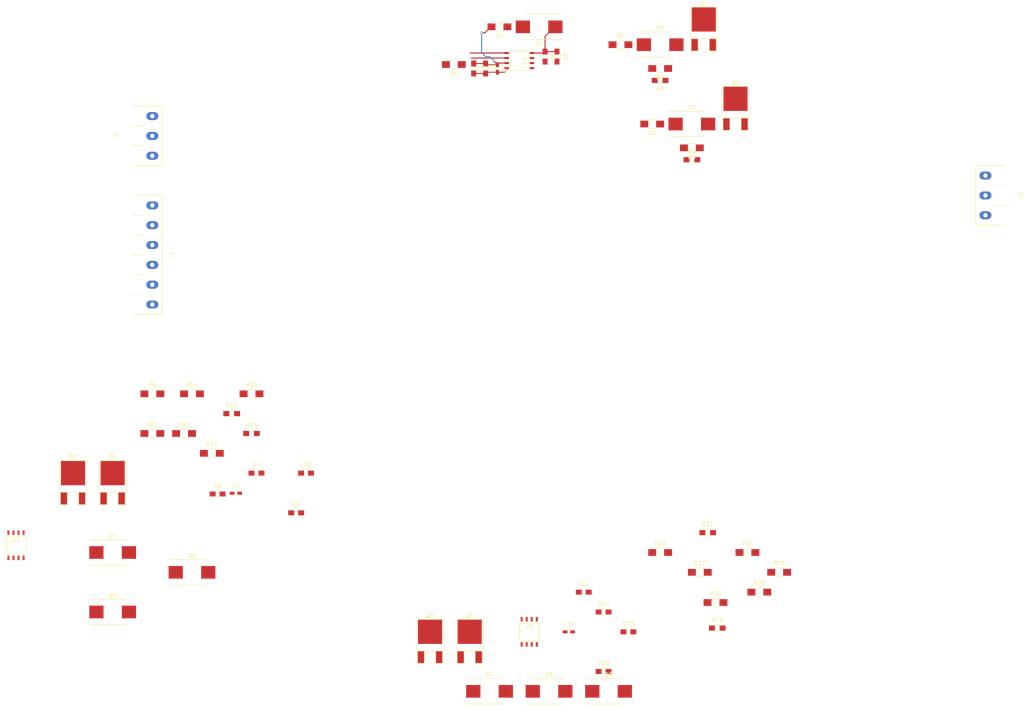
<source format=kicad_pcb>
(kicad_pcb (version 20171130) (host pcbnew 5.0.2+dfsg1-1~bpo9+1)

  (general
    (thickness 1.6)
    (drawings 0)
    (tracks 35)
    (zones 0)
    (modules 60)
    (nets 43)
  )

  (page A4)
  (layers
    (0 F.Cu signal)
    (31 B.Cu signal)
    (32 B.Adhes user)
    (33 F.Adhes user)
    (34 B.Paste user)
    (35 F.Paste user)
    (36 B.SilkS user)
    (37 F.SilkS user)
    (38 B.Mask user)
    (39 F.Mask user)
    (40 Dwgs.User user)
    (41 Cmts.User user)
    (42 Eco1.User user)
    (43 Eco2.User user)
    (44 Edge.Cuts user)
    (45 Margin user)
    (46 B.CrtYd user)
    (47 F.CrtYd user)
    (48 B.Fab user)
    (49 F.Fab user)
  )

  (setup
    (last_trace_width 0.25)
    (trace_clearance 0.2)
    (zone_clearance 0.508)
    (zone_45_only no)
    (trace_min 0.2)
    (segment_width 0.2)
    (edge_width 0.15)
    (via_size 0.6)
    (via_drill 0.4)
    (via_min_size 0.4)
    (via_min_drill 0.3)
    (uvia_size 0.3)
    (uvia_drill 0.1)
    (uvias_allowed no)
    (uvia_min_size 0.2)
    (uvia_min_drill 0.1)
    (pcb_text_width 0.3)
    (pcb_text_size 1.5 1.5)
    (mod_edge_width 0.15)
    (mod_text_size 1 1)
    (mod_text_width 0.15)
    (pad_size 1.524 1.524)
    (pad_drill 0.762)
    (pad_to_mask_clearance 0.2)
    (solder_mask_min_width 0.25)
    (aux_axis_origin 0 0)
    (visible_elements FFFFF77F)
    (pcbplotparams
      (layerselection 0x00030_80000001)
      (usegerberextensions false)
      (usegerberattributes false)
      (usegerberadvancedattributes false)
      (creategerberjobfile false)
      (excludeedgelayer true)
      (linewidth 0.100000)
      (plotframeref false)
      (viasonmask false)
      (mode 1)
      (useauxorigin false)
      (hpglpennumber 1)
      (hpglpenspeed 20)
      (hpglpendiameter 15.000000)
      (psnegative false)
      (psa4output false)
      (plotreference true)
      (plotvalue true)
      (plotinvisibletext false)
      (padsonsilk false)
      (subtractmaskfromsilk false)
      (outputformat 1)
      (mirror false)
      (drillshape 1)
      (scaleselection 1)
      (outputdirectory ""))
  )

  (net 0 "")
  (net 1 "Net-(C1-Pad1)")
  (net 2 GND)
  (net 3 "Net-(C4-Pad1)")
  (net 4 "Net-(C4-Pad2)")
  (net 5 "Net-(C6-Pad1)")
  (net 6 "Net-(C10-Pad1)")
  (net 7 "Net-(C10-Pad2)")
  (net 8 "Net-(C11-Pad1)")
  (net 9 "Net-(C14-Pad1)")
  (net 10 "Net-(C14-Pad2)")
  (net 11 "Net-(D1-Pad2)")
  (net 12 "Net-(D2-Pad2)")
  (net 13 "Net-(D2-Pad1)")
  (net 14 "Net-(D3-Pad2)")
  (net 15 "Net-(D3-Pad1)")
  (net 16 "Net-(D4-Pad2)")
  (net 17 "Net-(D5-Pad2)")
  (net 18 "Net-(D5-Pad1)")
  (net 19 "Net-(D6-Pad2)")
  (net 20 "Net-(D6-Pad1)")
  (net 21 "Net-(D7-Pad2)")
  (net 22 "Net-(D8-Pad2)")
  (net 23 "Net-(D8-Pad1)")
  (net 24 "Net-(D9-Pad2)")
  (net 25 "Net-(D9-Pad1)")
  (net 26 PhaseUUpper)
  (net 27 PhaseULower)
  (net 28 PhaseVUpper)
  (net 29 PhaseVLower)
  (net 30 PhaseWUpper)
  (net 31 PhaseWLower)
  (net 32 PhaseWOutput)
  (net 33 PhaseVOutput)
  (net 34 PhaseUOutput)
  (net 35 24V)
  (net 36 12V)
  (net 37 "Net-(R3-Pad2)")
  (net 38 "Net-(R6-Pad2)")
  (net 39 "Net-(R11-Pad2)")
  (net 40 "Net-(R14-Pad2)")
  (net 41 "Net-(R19-Pad2)")
  (net 42 "Net-(R22-Pad2)")

  (net_class Default "This is the default net class."
    (clearance 0.2)
    (trace_width 0.25)
    (via_dia 0.6)
    (via_drill 0.4)
    (uvia_dia 0.3)
    (uvia_drill 0.1)
    (add_net 12V)
    (add_net 24V)
    (add_net GND)
    (add_net "Net-(C1-Pad1)")
    (add_net "Net-(C10-Pad1)")
    (add_net "Net-(C10-Pad2)")
    (add_net "Net-(C11-Pad1)")
    (add_net "Net-(C14-Pad1)")
    (add_net "Net-(C14-Pad2)")
    (add_net "Net-(C4-Pad1)")
    (add_net "Net-(C4-Pad2)")
    (add_net "Net-(C6-Pad1)")
    (add_net "Net-(D1-Pad2)")
    (add_net "Net-(D2-Pad1)")
    (add_net "Net-(D2-Pad2)")
    (add_net "Net-(D3-Pad1)")
    (add_net "Net-(D3-Pad2)")
    (add_net "Net-(D4-Pad2)")
    (add_net "Net-(D5-Pad1)")
    (add_net "Net-(D5-Pad2)")
    (add_net "Net-(D6-Pad1)")
    (add_net "Net-(D6-Pad2)")
    (add_net "Net-(D7-Pad2)")
    (add_net "Net-(D8-Pad1)")
    (add_net "Net-(D8-Pad2)")
    (add_net "Net-(D9-Pad1)")
    (add_net "Net-(D9-Pad2)")
    (add_net "Net-(R11-Pad2)")
    (add_net "Net-(R14-Pad2)")
    (add_net "Net-(R19-Pad2)")
    (add_net "Net-(R22-Pad2)")
    (add_net "Net-(R3-Pad2)")
    (add_net "Net-(R6-Pad2)")
    (add_net PhaseULower)
    (add_net PhaseUOutput)
    (add_net PhaseUUpper)
    (add_net PhaseVLower)
    (add_net PhaseVOutput)
    (add_net PhaseVUpper)
    (add_net PhaseWLower)
    (add_net PhaseWOutput)
    (add_net PhaseWUpper)
  )

  (module Capacitors_SMD:C_0603_HandSoldering (layer F.Cu) (tedit 541A9B4D) (tstamp 5CD0F632)
    (at 147 33 270)
    (descr "Capacitor SMD 0603, hand soldering")
    (tags "capacitor 0603")
    (path /5CD0EFAD)
    (attr smd)
    (fp_text reference C1 (at 0 -1.9 270) (layer F.SilkS)
      (effects (font (size 1 1) (thickness 0.15)))
    )
    (fp_text value 100n (at 0 1.9 270) (layer F.Fab)
      (effects (font (size 1 1) (thickness 0.15)))
    )
    (fp_line (start -0.8 0.4) (end -0.8 -0.4) (layer F.Fab) (width 0.15))
    (fp_line (start 0.8 0.4) (end -0.8 0.4) (layer F.Fab) (width 0.15))
    (fp_line (start 0.8 -0.4) (end 0.8 0.4) (layer F.Fab) (width 0.15))
    (fp_line (start -0.8 -0.4) (end 0.8 -0.4) (layer F.Fab) (width 0.15))
    (fp_line (start -1.85 -0.75) (end 1.85 -0.75) (layer F.CrtYd) (width 0.05))
    (fp_line (start -1.85 0.75) (end 1.85 0.75) (layer F.CrtYd) (width 0.05))
    (fp_line (start -1.85 -0.75) (end -1.85 0.75) (layer F.CrtYd) (width 0.05))
    (fp_line (start 1.85 -0.75) (end 1.85 0.75) (layer F.CrtYd) (width 0.05))
    (fp_line (start -0.35 -0.6) (end 0.35 -0.6) (layer F.SilkS) (width 0.15))
    (fp_line (start 0.35 0.6) (end -0.35 0.6) (layer F.SilkS) (width 0.15))
    (pad 1 smd rect (at -0.95 0 270) (size 1.2 0.75) (layers F.Cu F.Paste F.Mask)
      (net 1 "Net-(C1-Pad1)"))
    (pad 2 smd rect (at 0.95 0 270) (size 1.2 0.75) (layers F.Cu F.Paste F.Mask)
      (net 2 GND))
    (model Capacitors_SMD.3dshapes/C_0603_HandSoldering.wrl
      (at (xyz 0 0 0))
      (scale (xyz 1 1 1))
      (rotate (xyz 0 0 0))
    )
  )

  (module Capacitors_SMD:C_0805_HandSoldering (layer F.Cu) (tedit 541A9B8D) (tstamp 5CD0F638)
    (at 141 33 270)
    (descr "Capacitor SMD 0805, hand soldering")
    (tags "capacitor 0805")
    (path /5CD0EFAE)
    (attr smd)
    (fp_text reference C2 (at 0 -2.1 270) (layer F.SilkS)
      (effects (font (size 1 1) (thickness 0.15)))
    )
    (fp_text value 1u (at 0 2.1 270) (layer F.Fab)
      (effects (font (size 1 1) (thickness 0.15)))
    )
    (fp_line (start -1 0.625) (end -1 -0.625) (layer F.Fab) (width 0.15))
    (fp_line (start 1 0.625) (end -1 0.625) (layer F.Fab) (width 0.15))
    (fp_line (start 1 -0.625) (end 1 0.625) (layer F.Fab) (width 0.15))
    (fp_line (start -1 -0.625) (end 1 -0.625) (layer F.Fab) (width 0.15))
    (fp_line (start -2.3 -1) (end 2.3 -1) (layer F.CrtYd) (width 0.05))
    (fp_line (start -2.3 1) (end 2.3 1) (layer F.CrtYd) (width 0.05))
    (fp_line (start -2.3 -1) (end -2.3 1) (layer F.CrtYd) (width 0.05))
    (fp_line (start 2.3 -1) (end 2.3 1) (layer F.CrtYd) (width 0.05))
    (fp_line (start 0.5 -0.85) (end -0.5 -0.85) (layer F.SilkS) (width 0.15))
    (fp_line (start -0.5 0.85) (end 0.5 0.85) (layer F.SilkS) (width 0.15))
    (pad 1 smd rect (at -1.25 0 270) (size 1.5 1.25) (layers F.Cu F.Paste F.Mask)
      (net 1 "Net-(C1-Pad1)"))
    (pad 2 smd rect (at 1.25 0 270) (size 1.5 1.25) (layers F.Cu F.Paste F.Mask)
      (net 2 GND))
    (model Capacitors_SMD.3dshapes/C_0805_HandSoldering.wrl
      (at (xyz 0 0 0))
      (scale (xyz 1 1 1))
      (rotate (xyz 0 0 0))
    )
  )

  (module Capacitors_SMD:C_0805_HandSoldering (layer F.Cu) (tedit 541A9B8D) (tstamp 5CD0F63E)
    (at 144 33 270)
    (descr "Capacitor SMD 0805, hand soldering")
    (tags "capacitor 0805")
    (path /5CD0EF9B)
    (attr smd)
    (fp_text reference C3 (at 0 -2.1 270) (layer F.SilkS)
      (effects (font (size 1 1) (thickness 0.15)))
    )
    (fp_text value 4u7 (at 0 2.1 270) (layer F.Fab)
      (effects (font (size 1 1) (thickness 0.15)))
    )
    (fp_line (start -1 0.625) (end -1 -0.625) (layer F.Fab) (width 0.15))
    (fp_line (start 1 0.625) (end -1 0.625) (layer F.Fab) (width 0.15))
    (fp_line (start 1 -0.625) (end 1 0.625) (layer F.Fab) (width 0.15))
    (fp_line (start -1 -0.625) (end 1 -0.625) (layer F.Fab) (width 0.15))
    (fp_line (start -2.3 -1) (end 2.3 -1) (layer F.CrtYd) (width 0.05))
    (fp_line (start -2.3 1) (end 2.3 1) (layer F.CrtYd) (width 0.05))
    (fp_line (start -2.3 -1) (end -2.3 1) (layer F.CrtYd) (width 0.05))
    (fp_line (start 2.3 -1) (end 2.3 1) (layer F.CrtYd) (width 0.05))
    (fp_line (start 0.5 -0.85) (end -0.5 -0.85) (layer F.SilkS) (width 0.15))
    (fp_line (start -0.5 0.85) (end 0.5 0.85) (layer F.SilkS) (width 0.15))
    (pad 1 smd rect (at -1.25 0 270) (size 1.5 1.25) (layers F.Cu F.Paste F.Mask)
      (net 1 "Net-(C1-Pad1)"))
    (pad 2 smd rect (at 1.25 0 270) (size 1.5 1.25) (layers F.Cu F.Paste F.Mask)
      (net 2 GND))
    (model Capacitors_SMD.3dshapes/C_0805_HandSoldering.wrl
      (at (xyz 0 0 0))
      (scale (xyz 1 1 1))
      (rotate (xyz 0 0 0))
    )
  )

  (module Capacitors_SMD:C_0805_HandSoldering (layer F.Cu) (tedit 541A9B8D) (tstamp 5CD0F644)
    (at 159 30 270)
    (descr "Capacitor SMD 0805, hand soldering")
    (tags "capacitor 0805")
    (path /5CD0EF9F)
    (attr smd)
    (fp_text reference C4 (at 0 -2.1 270) (layer F.SilkS)
      (effects (font (size 1 1) (thickness 0.15)))
    )
    (fp_text value 220n (at 0 2.1 270) (layer F.Fab)
      (effects (font (size 1 1) (thickness 0.15)))
    )
    (fp_line (start -1 0.625) (end -1 -0.625) (layer F.Fab) (width 0.15))
    (fp_line (start 1 0.625) (end -1 0.625) (layer F.Fab) (width 0.15))
    (fp_line (start 1 -0.625) (end 1 0.625) (layer F.Fab) (width 0.15))
    (fp_line (start -1 -0.625) (end 1 -0.625) (layer F.Fab) (width 0.15))
    (fp_line (start -2.3 -1) (end 2.3 -1) (layer F.CrtYd) (width 0.05))
    (fp_line (start -2.3 1) (end 2.3 1) (layer F.CrtYd) (width 0.05))
    (fp_line (start -2.3 -1) (end -2.3 1) (layer F.CrtYd) (width 0.05))
    (fp_line (start 2.3 -1) (end 2.3 1) (layer F.CrtYd) (width 0.05))
    (fp_line (start 0.5 -0.85) (end -0.5 -0.85) (layer F.SilkS) (width 0.15))
    (fp_line (start -0.5 0.85) (end 0.5 0.85) (layer F.SilkS) (width 0.15))
    (pad 1 smd rect (at -1.25 0 270) (size 1.5 1.25) (layers F.Cu F.Paste F.Mask)
      (net 3 "Net-(C4-Pad1)"))
    (pad 2 smd rect (at 1.25 0 270) (size 1.5 1.25) (layers F.Cu F.Paste F.Mask)
      (net 4 "Net-(C4-Pad2)"))
    (model Capacitors_SMD.3dshapes/C_0805_HandSoldering.wrl
      (at (xyz 0 0 0))
      (scale (xyz 1 1 1))
      (rotate (xyz 0 0 0))
    )
  )

  (module Capacitors_SMD:C_0805_HandSoldering (layer F.Cu) (tedit 541A9B8D) (tstamp 5CD0F64A)
    (at 162 30 270)
    (descr "Capacitor SMD 0805, hand soldering")
    (tags "capacitor 0805")
    (path /5CD0EFA9)
    (attr smd)
    (fp_text reference C5 (at 0 -2.1 270) (layer F.SilkS)
      (effects (font (size 1 1) (thickness 0.15)))
    )
    (fp_text value 220n (at 0 2.1 270) (layer F.Fab)
      (effects (font (size 1 1) (thickness 0.15)))
    )
    (fp_line (start -1 0.625) (end -1 -0.625) (layer F.Fab) (width 0.15))
    (fp_line (start 1 0.625) (end -1 0.625) (layer F.Fab) (width 0.15))
    (fp_line (start 1 -0.625) (end 1 0.625) (layer F.Fab) (width 0.15))
    (fp_line (start -1 -0.625) (end 1 -0.625) (layer F.Fab) (width 0.15))
    (fp_line (start -2.3 -1) (end 2.3 -1) (layer F.CrtYd) (width 0.05))
    (fp_line (start -2.3 1) (end 2.3 1) (layer F.CrtYd) (width 0.05))
    (fp_line (start -2.3 -1) (end -2.3 1) (layer F.CrtYd) (width 0.05))
    (fp_line (start 2.3 -1) (end 2.3 1) (layer F.CrtYd) (width 0.05))
    (fp_line (start 0.5 -0.85) (end -0.5 -0.85) (layer F.SilkS) (width 0.15))
    (fp_line (start -0.5 0.85) (end 0.5 0.85) (layer F.SilkS) (width 0.15))
    (pad 1 smd rect (at -1.25 0 270) (size 1.5 1.25) (layers F.Cu F.Paste F.Mask)
      (net 3 "Net-(C4-Pad1)"))
    (pad 2 smd rect (at 1.25 0 270) (size 1.5 1.25) (layers F.Cu F.Paste F.Mask)
      (net 4 "Net-(C4-Pad2)"))
    (model Capacitors_SMD.3dshapes/C_0805_HandSoldering.wrl
      (at (xyz 0 0 0))
      (scale (xyz 1 1 1))
      (rotate (xyz 0 0 0))
    )
  )

  (module Capacitors_SMD:C_0603_HandSoldering (layer F.Cu) (tedit 541A9B4D) (tstamp 5CD0F650)
    (at 81.060952 140.055)
    (descr "Capacitor SMD 0603, hand soldering")
    (tags "capacitor 0603")
    (path /5CD10FC3)
    (attr smd)
    (fp_text reference C6 (at 0 -1.9) (layer F.SilkS)
      (effects (font (size 1 1) (thickness 0.15)))
    )
    (fp_text value 100n (at 0 1.9) (layer F.Fab)
      (effects (font (size 1 1) (thickness 0.15)))
    )
    (fp_line (start -0.8 0.4) (end -0.8 -0.4) (layer F.Fab) (width 0.15))
    (fp_line (start 0.8 0.4) (end -0.8 0.4) (layer F.Fab) (width 0.15))
    (fp_line (start 0.8 -0.4) (end 0.8 0.4) (layer F.Fab) (width 0.15))
    (fp_line (start -0.8 -0.4) (end 0.8 -0.4) (layer F.Fab) (width 0.15))
    (fp_line (start -1.85 -0.75) (end 1.85 -0.75) (layer F.CrtYd) (width 0.05))
    (fp_line (start -1.85 0.75) (end 1.85 0.75) (layer F.CrtYd) (width 0.05))
    (fp_line (start -1.85 -0.75) (end -1.85 0.75) (layer F.CrtYd) (width 0.05))
    (fp_line (start 1.85 -0.75) (end 1.85 0.75) (layer F.CrtYd) (width 0.05))
    (fp_line (start -0.35 -0.6) (end 0.35 -0.6) (layer F.SilkS) (width 0.15))
    (fp_line (start 0.35 0.6) (end -0.35 0.6) (layer F.SilkS) (width 0.15))
    (pad 1 smd rect (at -0.95 0) (size 1.2 0.75) (layers F.Cu F.Paste F.Mask)
      (net 5 "Net-(C6-Pad1)"))
    (pad 2 smd rect (at 0.95 0) (size 1.2 0.75) (layers F.Cu F.Paste F.Mask)
      (net 2 GND))
    (model Capacitors_SMD.3dshapes/C_0603_HandSoldering.wrl
      (at (xyz 0 0 0))
      (scale (xyz 1 1 1))
      (rotate (xyz 0 0 0))
    )
  )

  (module Capacitors_SMD:C_0805_HandSoldering (layer F.Cu) (tedit 541A9B8D) (tstamp 5CD0F656)
    (at 86.25 135)
    (descr "Capacitor SMD 0805, hand soldering")
    (tags "capacitor 0805")
    (path /5CD10FCB)
    (attr smd)
    (fp_text reference C7 (at 0 -2.1) (layer F.SilkS)
      (effects (font (size 1 1) (thickness 0.15)))
    )
    (fp_text value 1u (at 0 2.1) (layer F.Fab)
      (effects (font (size 1 1) (thickness 0.15)))
    )
    (fp_line (start -1 0.625) (end -1 -0.625) (layer F.Fab) (width 0.15))
    (fp_line (start 1 0.625) (end -1 0.625) (layer F.Fab) (width 0.15))
    (fp_line (start 1 -0.625) (end 1 0.625) (layer F.Fab) (width 0.15))
    (fp_line (start -1 -0.625) (end 1 -0.625) (layer F.Fab) (width 0.15))
    (fp_line (start -2.3 -1) (end 2.3 -1) (layer F.CrtYd) (width 0.05))
    (fp_line (start -2.3 1) (end 2.3 1) (layer F.CrtYd) (width 0.05))
    (fp_line (start -2.3 -1) (end -2.3 1) (layer F.CrtYd) (width 0.05))
    (fp_line (start 2.3 -1) (end 2.3 1) (layer F.CrtYd) (width 0.05))
    (fp_line (start 0.5 -0.85) (end -0.5 -0.85) (layer F.SilkS) (width 0.15))
    (fp_line (start -0.5 0.85) (end 0.5 0.85) (layer F.SilkS) (width 0.15))
    (pad 1 smd rect (at -1.25 0) (size 1.5 1.25) (layers F.Cu F.Paste F.Mask)
      (net 5 "Net-(C6-Pad1)"))
    (pad 2 smd rect (at 1.25 0) (size 1.5 1.25) (layers F.Cu F.Paste F.Mask)
      (net 2 GND))
    (model Capacitors_SMD.3dshapes/C_0805_HandSoldering.wrl
      (at (xyz 0 0 0))
      (scale (xyz 1 1 1))
      (rotate (xyz 0 0 0))
    )
  )

  (module Capacitors_SMD:C_0805_HandSoldering (layer F.Cu) (tedit 541A9B8D) (tstamp 5CD0F65C)
    (at 76.455001 140.255)
    (descr "Capacitor SMD 0805, hand soldering")
    (tags "capacitor 0805")
    (path /5CD10F16)
    (attr smd)
    (fp_text reference C8 (at 0 -2.1) (layer F.SilkS)
      (effects (font (size 1 1) (thickness 0.15)))
    )
    (fp_text value 4u7 (at 0 2.1) (layer F.Fab)
      (effects (font (size 1 1) (thickness 0.15)))
    )
    (fp_line (start -1 0.625) (end -1 -0.625) (layer F.Fab) (width 0.15))
    (fp_line (start 1 0.625) (end -1 0.625) (layer F.Fab) (width 0.15))
    (fp_line (start 1 -0.625) (end 1 0.625) (layer F.Fab) (width 0.15))
    (fp_line (start -1 -0.625) (end 1 -0.625) (layer F.Fab) (width 0.15))
    (fp_line (start -2.3 -1) (end 2.3 -1) (layer F.CrtYd) (width 0.05))
    (fp_line (start -2.3 1) (end 2.3 1) (layer F.CrtYd) (width 0.05))
    (fp_line (start -2.3 -1) (end -2.3 1) (layer F.CrtYd) (width 0.05))
    (fp_line (start 2.3 -1) (end 2.3 1) (layer F.CrtYd) (width 0.05))
    (fp_line (start 0.5 -0.85) (end -0.5 -0.85) (layer F.SilkS) (width 0.15))
    (fp_line (start -0.5 0.85) (end 0.5 0.85) (layer F.SilkS) (width 0.15))
    (pad 1 smd rect (at -1.25 0) (size 1.5 1.25) (layers F.Cu F.Paste F.Mask)
      (net 5 "Net-(C6-Pad1)"))
    (pad 2 smd rect (at 1.25 0) (size 1.5 1.25) (layers F.Cu F.Paste F.Mask)
      (net 2 GND))
    (model Capacitors_SMD.3dshapes/C_0805_HandSoldering.wrl
      (at (xyz 0 0 0))
      (scale (xyz 1 1 1))
      (rotate (xyz 0 0 0))
    )
  )

  (module Capacitors_SMD:C_0805_HandSoldering (layer F.Cu) (tedit 541A9B8D) (tstamp 5CD0F662)
    (at 96.25 145)
    (descr "Capacitor SMD 0805, hand soldering")
    (tags "capacitor 0805")
    (path /5CD10F2E)
    (attr smd)
    (fp_text reference C9 (at 0 -2.1) (layer F.SilkS)
      (effects (font (size 1 1) (thickness 0.15)))
    )
    (fp_text value 220n (at 0 2.1) (layer F.Fab)
      (effects (font (size 1 1) (thickness 0.15)))
    )
    (fp_line (start -1 0.625) (end -1 -0.625) (layer F.Fab) (width 0.15))
    (fp_line (start 1 0.625) (end -1 0.625) (layer F.Fab) (width 0.15))
    (fp_line (start 1 -0.625) (end 1 0.625) (layer F.Fab) (width 0.15))
    (fp_line (start -1 -0.625) (end 1 -0.625) (layer F.Fab) (width 0.15))
    (fp_line (start -2.3 -1) (end 2.3 -1) (layer F.CrtYd) (width 0.05))
    (fp_line (start -2.3 1) (end 2.3 1) (layer F.CrtYd) (width 0.05))
    (fp_line (start -2.3 -1) (end -2.3 1) (layer F.CrtYd) (width 0.05))
    (fp_line (start 2.3 -1) (end 2.3 1) (layer F.CrtYd) (width 0.05))
    (fp_line (start 0.5 -0.85) (end -0.5 -0.85) (layer F.SilkS) (width 0.15))
    (fp_line (start -0.5 0.85) (end 0.5 0.85) (layer F.SilkS) (width 0.15))
    (pad 1 smd rect (at -1.25 0) (size 1.5 1.25) (layers F.Cu F.Paste F.Mask)
      (net 6 "Net-(C10-Pad1)"))
    (pad 2 smd rect (at 1.25 0) (size 1.5 1.25) (layers F.Cu F.Paste F.Mask)
      (net 7 "Net-(C10-Pad2)"))
    (model Capacitors_SMD.3dshapes/C_0805_HandSoldering.wrl
      (at (xyz 0 0 0))
      (scale (xyz 1 1 1))
      (rotate (xyz 0 0 0))
    )
  )

  (module Capacitors_SMD:C_0805_HandSoldering (layer F.Cu) (tedit 541A9B8D) (tstamp 5CD0F668)
    (at 98.75 135)
    (descr "Capacitor SMD 0805, hand soldering")
    (tags "capacitor 0805")
    (path /5CD10FA4)
    (attr smd)
    (fp_text reference C10 (at 0 -2.1) (layer F.SilkS)
      (effects (font (size 1 1) (thickness 0.15)))
    )
    (fp_text value 220n (at 0 2.1) (layer F.Fab)
      (effects (font (size 1 1) (thickness 0.15)))
    )
    (fp_line (start -1 0.625) (end -1 -0.625) (layer F.Fab) (width 0.15))
    (fp_line (start 1 0.625) (end -1 0.625) (layer F.Fab) (width 0.15))
    (fp_line (start 1 -0.625) (end 1 0.625) (layer F.Fab) (width 0.15))
    (fp_line (start -1 -0.625) (end 1 -0.625) (layer F.Fab) (width 0.15))
    (fp_line (start -2.3 -1) (end 2.3 -1) (layer F.CrtYd) (width 0.05))
    (fp_line (start -2.3 1) (end 2.3 1) (layer F.CrtYd) (width 0.05))
    (fp_line (start -2.3 -1) (end -2.3 1) (layer F.CrtYd) (width 0.05))
    (fp_line (start 2.3 -1) (end 2.3 1) (layer F.CrtYd) (width 0.05))
    (fp_line (start 0.5 -0.85) (end -0.5 -0.85) (layer F.SilkS) (width 0.15))
    (fp_line (start -0.5 0.85) (end 0.5 0.85) (layer F.SilkS) (width 0.15))
    (pad 1 smd rect (at -1.25 0) (size 1.5 1.25) (layers F.Cu F.Paste F.Mask)
      (net 6 "Net-(C10-Pad1)"))
    (pad 2 smd rect (at 1.25 0) (size 1.5 1.25) (layers F.Cu F.Paste F.Mask)
      (net 7 "Net-(C10-Pad2)"))
    (model Capacitors_SMD.3dshapes/C_0805_HandSoldering.wrl
      (at (xyz 0 0 0))
      (scale (xyz 1 1 1))
      (rotate (xyz 0 0 0))
    )
  )

  (module Capacitors_SMD:C_0603_HandSoldering (layer F.Cu) (tedit 541A9B4D) (tstamp 5CD0F66E)
    (at 165 175)
    (descr "Capacitor SMD 0603, hand soldering")
    (tags "capacitor 0603")
    (path /5CD1AA25)
    (attr smd)
    (fp_text reference C11 (at 0 -1.9) (layer F.SilkS)
      (effects (font (size 1 1) (thickness 0.15)))
    )
    (fp_text value 100n (at 0 1.9) (layer F.Fab)
      (effects (font (size 1 1) (thickness 0.15)))
    )
    (fp_line (start -0.8 0.4) (end -0.8 -0.4) (layer F.Fab) (width 0.15))
    (fp_line (start 0.8 0.4) (end -0.8 0.4) (layer F.Fab) (width 0.15))
    (fp_line (start 0.8 -0.4) (end 0.8 0.4) (layer F.Fab) (width 0.15))
    (fp_line (start -0.8 -0.4) (end 0.8 -0.4) (layer F.Fab) (width 0.15))
    (fp_line (start -1.85 -0.75) (end 1.85 -0.75) (layer F.CrtYd) (width 0.05))
    (fp_line (start -1.85 0.75) (end 1.85 0.75) (layer F.CrtYd) (width 0.05))
    (fp_line (start -1.85 -0.75) (end -1.85 0.75) (layer F.CrtYd) (width 0.05))
    (fp_line (start 1.85 -0.75) (end 1.85 0.75) (layer F.CrtYd) (width 0.05))
    (fp_line (start -0.35 -0.6) (end 0.35 -0.6) (layer F.SilkS) (width 0.15))
    (fp_line (start 0.35 0.6) (end -0.35 0.6) (layer F.SilkS) (width 0.15))
    (pad 1 smd rect (at -0.95 0) (size 1.2 0.75) (layers F.Cu F.Paste F.Mask)
      (net 8 "Net-(C11-Pad1)"))
    (pad 2 smd rect (at 0.95 0) (size 1.2 0.75) (layers F.Cu F.Paste F.Mask)
      (net 2 GND))
    (model Capacitors_SMD.3dshapes/C_0603_HandSoldering.wrl
      (at (xyz 0 0 0))
      (scale (xyz 1 1 1))
      (rotate (xyz 0 0 0))
    )
  )

  (module Capacitors_SMD:C_0805_HandSoldering (layer F.Cu) (tedit 541A9B8D) (tstamp 5CD0F674)
    (at 168.75 165)
    (descr "Capacitor SMD 0805, hand soldering")
    (tags "capacitor 0805")
    (path /5CD1AA2D)
    (attr smd)
    (fp_text reference C12 (at 0 -2.1) (layer F.SilkS)
      (effects (font (size 1 1) (thickness 0.15)))
    )
    (fp_text value 1u (at 0 2.1) (layer F.Fab)
      (effects (font (size 1 1) (thickness 0.15)))
    )
    (fp_line (start -1 0.625) (end -1 -0.625) (layer F.Fab) (width 0.15))
    (fp_line (start 1 0.625) (end -1 0.625) (layer F.Fab) (width 0.15))
    (fp_line (start 1 -0.625) (end 1 0.625) (layer F.Fab) (width 0.15))
    (fp_line (start -1 -0.625) (end 1 -0.625) (layer F.Fab) (width 0.15))
    (fp_line (start -2.3 -1) (end 2.3 -1) (layer F.CrtYd) (width 0.05))
    (fp_line (start -2.3 1) (end 2.3 1) (layer F.CrtYd) (width 0.05))
    (fp_line (start -2.3 -1) (end -2.3 1) (layer F.CrtYd) (width 0.05))
    (fp_line (start 2.3 -1) (end 2.3 1) (layer F.CrtYd) (width 0.05))
    (fp_line (start 0.5 -0.85) (end -0.5 -0.85) (layer F.SilkS) (width 0.15))
    (fp_line (start -0.5 0.85) (end 0.5 0.85) (layer F.SilkS) (width 0.15))
    (pad 1 smd rect (at -1.25 0) (size 1.5 1.25) (layers F.Cu F.Paste F.Mask)
      (net 8 "Net-(C11-Pad1)"))
    (pad 2 smd rect (at 1.25 0) (size 1.5 1.25) (layers F.Cu F.Paste F.Mask)
      (net 2 GND))
    (model Capacitors_SMD.3dshapes/C_0805_HandSoldering.wrl
      (at (xyz 0 0 0))
      (scale (xyz 1 1 1))
      (rotate (xyz 0 0 0))
    )
  )

  (module Capacitors_SMD:C_0805_HandSoldering (layer F.Cu) (tedit 541A9B8D) (tstamp 5CD0F67A)
    (at 173.75 185)
    (descr "Capacitor SMD 0805, hand soldering")
    (tags "capacitor 0805")
    (path /5CD1A978)
    (attr smd)
    (fp_text reference C13 (at 0 -2.1) (layer F.SilkS)
      (effects (font (size 1 1) (thickness 0.15)))
    )
    (fp_text value 4u7 (at 0 2.1) (layer F.Fab)
      (effects (font (size 1 1) (thickness 0.15)))
    )
    (fp_line (start -1 0.625) (end -1 -0.625) (layer F.Fab) (width 0.15))
    (fp_line (start 1 0.625) (end -1 0.625) (layer F.Fab) (width 0.15))
    (fp_line (start 1 -0.625) (end 1 0.625) (layer F.Fab) (width 0.15))
    (fp_line (start -1 -0.625) (end 1 -0.625) (layer F.Fab) (width 0.15))
    (fp_line (start -2.3 -1) (end 2.3 -1) (layer F.CrtYd) (width 0.05))
    (fp_line (start -2.3 1) (end 2.3 1) (layer F.CrtYd) (width 0.05))
    (fp_line (start -2.3 -1) (end -2.3 1) (layer F.CrtYd) (width 0.05))
    (fp_line (start 2.3 -1) (end 2.3 1) (layer F.CrtYd) (width 0.05))
    (fp_line (start 0.5 -0.85) (end -0.5 -0.85) (layer F.SilkS) (width 0.15))
    (fp_line (start -0.5 0.85) (end 0.5 0.85) (layer F.SilkS) (width 0.15))
    (pad 1 smd rect (at -1.25 0) (size 1.5 1.25) (layers F.Cu F.Paste F.Mask)
      (net 8 "Net-(C11-Pad1)"))
    (pad 2 smd rect (at 1.25 0) (size 1.5 1.25) (layers F.Cu F.Paste F.Mask)
      (net 2 GND))
    (model Capacitors_SMD.3dshapes/C_0805_HandSoldering.wrl
      (at (xyz 0 0 0))
      (scale (xyz 1 1 1))
      (rotate (xyz 0 0 0))
    )
  )

  (module Capacitors_SMD:C_0805_HandSoldering (layer F.Cu) (tedit 541A9B8D) (tstamp 5CD0F680)
    (at 173.75 170)
    (descr "Capacitor SMD 0805, hand soldering")
    (tags "capacitor 0805")
    (path /5CD1A990)
    (attr smd)
    (fp_text reference C14 (at 0 -2.1) (layer F.SilkS)
      (effects (font (size 1 1) (thickness 0.15)))
    )
    (fp_text value 220n (at 0 2.1) (layer F.Fab)
      (effects (font (size 1 1) (thickness 0.15)))
    )
    (fp_line (start -1 0.625) (end -1 -0.625) (layer F.Fab) (width 0.15))
    (fp_line (start 1 0.625) (end -1 0.625) (layer F.Fab) (width 0.15))
    (fp_line (start 1 -0.625) (end 1 0.625) (layer F.Fab) (width 0.15))
    (fp_line (start -1 -0.625) (end 1 -0.625) (layer F.Fab) (width 0.15))
    (fp_line (start -2.3 -1) (end 2.3 -1) (layer F.CrtYd) (width 0.05))
    (fp_line (start -2.3 1) (end 2.3 1) (layer F.CrtYd) (width 0.05))
    (fp_line (start -2.3 -1) (end -2.3 1) (layer F.CrtYd) (width 0.05))
    (fp_line (start 2.3 -1) (end 2.3 1) (layer F.CrtYd) (width 0.05))
    (fp_line (start 0.5 -0.85) (end -0.5 -0.85) (layer F.SilkS) (width 0.15))
    (fp_line (start -0.5 0.85) (end 0.5 0.85) (layer F.SilkS) (width 0.15))
    (pad 1 smd rect (at -1.25 0) (size 1.5 1.25) (layers F.Cu F.Paste F.Mask)
      (net 9 "Net-(C14-Pad1)"))
    (pad 2 smd rect (at 1.25 0) (size 1.5 1.25) (layers F.Cu F.Paste F.Mask)
      (net 10 "Net-(C14-Pad2)"))
    (model Capacitors_SMD.3dshapes/C_0805_HandSoldering.wrl
      (at (xyz 0 0 0))
      (scale (xyz 1 1 1))
      (rotate (xyz 0 0 0))
    )
  )

  (module Capacitors_SMD:C_0805_HandSoldering (layer F.Cu) (tedit 541A9B8D) (tstamp 5CD0F686)
    (at 180 175)
    (descr "Capacitor SMD 0805, hand soldering")
    (tags "capacitor 0805")
    (path /5CD1AA06)
    (attr smd)
    (fp_text reference C15 (at 0 -2.1) (layer F.SilkS)
      (effects (font (size 1 1) (thickness 0.15)))
    )
    (fp_text value 220n (at 0 2.1) (layer F.Fab)
      (effects (font (size 1 1) (thickness 0.15)))
    )
    (fp_line (start -1 0.625) (end -1 -0.625) (layer F.Fab) (width 0.15))
    (fp_line (start 1 0.625) (end -1 0.625) (layer F.Fab) (width 0.15))
    (fp_line (start 1 -0.625) (end 1 0.625) (layer F.Fab) (width 0.15))
    (fp_line (start -1 -0.625) (end 1 -0.625) (layer F.Fab) (width 0.15))
    (fp_line (start -2.3 -1) (end 2.3 -1) (layer F.CrtYd) (width 0.05))
    (fp_line (start -2.3 1) (end 2.3 1) (layer F.CrtYd) (width 0.05))
    (fp_line (start -2.3 -1) (end -2.3 1) (layer F.CrtYd) (width 0.05))
    (fp_line (start 2.3 -1) (end 2.3 1) (layer F.CrtYd) (width 0.05))
    (fp_line (start 0.5 -0.85) (end -0.5 -0.85) (layer F.SilkS) (width 0.15))
    (fp_line (start -0.5 0.85) (end 0.5 0.85) (layer F.SilkS) (width 0.15))
    (pad 1 smd rect (at -1.25 0) (size 1.5 1.25) (layers F.Cu F.Paste F.Mask)
      (net 9 "Net-(C14-Pad1)"))
    (pad 2 smd rect (at 1.25 0) (size 1.5 1.25) (layers F.Cu F.Paste F.Mask)
      (net 10 "Net-(C14-Pad2)"))
    (model Capacitors_SMD.3dshapes/C_0805_HandSoldering.wrl
      (at (xyz 0 0 0))
      (scale (xyz 1 1 1))
      (rotate (xyz 0 0 0))
    )
  )

  (module Diodes_SMD:DO-214AB_Handsoldering (layer F.Cu) (tedit 55429DAE) (tstamp 5CD0F68C)
    (at 157.5 22.5 180)
    (descr "Jedec DO-214AB diode package. Designed according to Fairchild SS32 datasheet.")
    (tags "DO-214AB diode Handsoldering")
    (path /5CD0EF9D)
    (attr smd)
    (fp_text reference D1 (at 0 -4.2 180) (layer F.SilkS)
      (effects (font (size 1 1) (thickness 0.15)))
    )
    (fp_text value US5g-TP (at 0 4.6 180) (layer F.Fab)
      (effects (font (size 1 1) (thickness 0.15)))
    )
    (fp_line (start -6.15 -3.45) (end 6.15 -3.45) (layer F.CrtYd) (width 0.05))
    (fp_line (start 6.15 -3.45) (end 6.15 3.45) (layer F.CrtYd) (width 0.05))
    (fp_line (start 6.15 3.45) (end -6.15 3.45) (layer F.CrtYd) (width 0.05))
    (fp_line (start -6.15 3.45) (end -6.15 -3.45) (layer F.CrtYd) (width 0.05))
    (fp_line (start 3.5 3.2) (end -5.8 3.2) (layer F.SilkS) (width 0.15))
    (fp_line (start -5.8 -3.2) (end 3.5 -3.2) (layer F.SilkS) (width 0.15))
    (pad 2 smd rect (at 4.1 0 180) (size 3.6 3.2) (layers F.Cu F.Paste F.Mask)
      (net 11 "Net-(D1-Pad2)"))
    (pad 1 smd rect (at -4.1 0 180) (size 3.6 3.2) (layers F.Cu F.Paste F.Mask)
      (net 3 "Net-(C4-Pad1)"))
    (model Diodes_SMD.3dshapes/DO-214AB_Handsoldering.wrl
      (at (xyz 0 0 0))
      (scale (xyz 0.39 0.39 0.39))
      (rotate (xyz 0 0 180))
    )
  )

  (module Diodes_SMD:DO-214AB_Handsoldering (layer F.Cu) (tedit 55429DAE) (tstamp 5CD0F692)
    (at 196 47)
    (descr "Jedec DO-214AB diode package. Designed according to Fairchild SS32 datasheet.")
    (tags "DO-214AB diode Handsoldering")
    (path /5CD0EFA6)
    (attr smd)
    (fp_text reference D2 (at 0 -4.2) (layer F.SilkS)
      (effects (font (size 1 1) (thickness 0.15)))
    )
    (fp_text value US5g-TP (at 0 4.6) (layer F.Fab)
      (effects (font (size 1 1) (thickness 0.15)))
    )
    (fp_line (start -6.15 -3.45) (end 6.15 -3.45) (layer F.CrtYd) (width 0.05))
    (fp_line (start 6.15 -3.45) (end 6.15 3.45) (layer F.CrtYd) (width 0.05))
    (fp_line (start 6.15 3.45) (end -6.15 3.45) (layer F.CrtYd) (width 0.05))
    (fp_line (start -6.15 3.45) (end -6.15 -3.45) (layer F.CrtYd) (width 0.05))
    (fp_line (start 3.5 3.2) (end -5.8 3.2) (layer F.SilkS) (width 0.15))
    (fp_line (start -5.8 -3.2) (end 3.5 -3.2) (layer F.SilkS) (width 0.15))
    (pad 2 smd rect (at 4.1 0) (size 3.6 3.2) (layers F.Cu F.Paste F.Mask)
      (net 12 "Net-(D2-Pad2)"))
    (pad 1 smd rect (at -4.1 0) (size 3.6 3.2) (layers F.Cu F.Paste F.Mask)
      (net 13 "Net-(D2-Pad1)"))
    (model Diodes_SMD.3dshapes/DO-214AB_Handsoldering.wrl
      (at (xyz 0 0 0))
      (scale (xyz 0.39 0.39 0.39))
      (rotate (xyz 0 0 180))
    )
  )

  (module Diodes_SMD:DO-214AB_Handsoldering (layer F.Cu) (tedit 55429DAE) (tstamp 5CD10B76)
    (at 188 27)
    (descr "Jedec DO-214AB diode package. Designed according to Fairchild SS32 datasheet.")
    (tags "DO-214AB diode Handsoldering")
    (path /5CD0EFA1)
    (attr smd)
    (fp_text reference D3 (at 0 -4.2) (layer F.SilkS)
      (effects (font (size 1 1) (thickness 0.15)))
    )
    (fp_text value US5g-TP (at 0 4.6) (layer F.Fab)
      (effects (font (size 1 1) (thickness 0.15)))
    )
    (fp_line (start -6.15 -3.45) (end 6.15 -3.45) (layer F.CrtYd) (width 0.05))
    (fp_line (start 6.15 -3.45) (end 6.15 3.45) (layer F.CrtYd) (width 0.05))
    (fp_line (start 6.15 3.45) (end -6.15 3.45) (layer F.CrtYd) (width 0.05))
    (fp_line (start -6.15 3.45) (end -6.15 -3.45) (layer F.CrtYd) (width 0.05))
    (fp_line (start 3.5 3.2) (end -5.8 3.2) (layer F.SilkS) (width 0.15))
    (fp_line (start -5.8 -3.2) (end 3.5 -3.2) (layer F.SilkS) (width 0.15))
    (pad 2 smd rect (at 4.1 0) (size 3.6 3.2) (layers F.Cu F.Paste F.Mask)
      (net 14 "Net-(D3-Pad2)"))
    (pad 1 smd rect (at -4.1 0) (size 3.6 3.2) (layers F.Cu F.Paste F.Mask)
      (net 15 "Net-(D3-Pad1)"))
    (model Diodes_SMD.3dshapes/DO-214AB_Handsoldering.wrl
      (at (xyz 0 0 0))
      (scale (xyz 0.39 0.39 0.39))
      (rotate (xyz 0 0 180))
    )
  )

  (module Diodes_SMD:DO-214AB_Handsoldering (layer F.Cu) (tedit 55429DAE) (tstamp 5CD0F69E)
    (at 50 155)
    (descr "Jedec DO-214AB diode package. Designed according to Fairchild SS32 datasheet.")
    (tags "DO-214AB diode Handsoldering")
    (path /5CD10F22)
    (attr smd)
    (fp_text reference D4 (at 0 -4.2) (layer F.SilkS)
      (effects (font (size 1 1) (thickness 0.15)))
    )
    (fp_text value US5g-TP (at 0 4.6) (layer F.Fab)
      (effects (font (size 1 1) (thickness 0.15)))
    )
    (fp_line (start -6.15 -3.45) (end 6.15 -3.45) (layer F.CrtYd) (width 0.05))
    (fp_line (start 6.15 -3.45) (end 6.15 3.45) (layer F.CrtYd) (width 0.05))
    (fp_line (start 6.15 3.45) (end -6.15 3.45) (layer F.CrtYd) (width 0.05))
    (fp_line (start -6.15 3.45) (end -6.15 -3.45) (layer F.CrtYd) (width 0.05))
    (fp_line (start 3.5 3.2) (end -5.8 3.2) (layer F.SilkS) (width 0.15))
    (fp_line (start -5.8 -3.2) (end 3.5 -3.2) (layer F.SilkS) (width 0.15))
    (pad 2 smd rect (at 4.1 0) (size 3.6 3.2) (layers F.Cu F.Paste F.Mask)
      (net 16 "Net-(D4-Pad2)"))
    (pad 1 smd rect (at -4.1 0) (size 3.6 3.2) (layers F.Cu F.Paste F.Mask)
      (net 6 "Net-(C10-Pad1)"))
    (model Diodes_SMD.3dshapes/DO-214AB_Handsoldering.wrl
      (at (xyz 0 0 0))
      (scale (xyz 0.39 0.39 0.39))
      (rotate (xyz 0 0 180))
    )
  )

  (module Diodes_SMD:DO-214AB_Handsoldering (layer F.Cu) (tedit 55429DAE) (tstamp 5CD0F6A4)
    (at 50 170)
    (descr "Jedec DO-214AB diode package. Designed according to Fairchild SS32 datasheet.")
    (tags "DO-214AB diode Handsoldering")
    (path /5CD10F58)
    (attr smd)
    (fp_text reference D5 (at 0 -4.2) (layer F.SilkS)
      (effects (font (size 1 1) (thickness 0.15)))
    )
    (fp_text value US5g-TP (at 0 4.6) (layer F.Fab)
      (effects (font (size 1 1) (thickness 0.15)))
    )
    (fp_line (start -6.15 -3.45) (end 6.15 -3.45) (layer F.CrtYd) (width 0.05))
    (fp_line (start 6.15 -3.45) (end 6.15 3.45) (layer F.CrtYd) (width 0.05))
    (fp_line (start 6.15 3.45) (end -6.15 3.45) (layer F.CrtYd) (width 0.05))
    (fp_line (start -6.15 3.45) (end -6.15 -3.45) (layer F.CrtYd) (width 0.05))
    (fp_line (start 3.5 3.2) (end -5.8 3.2) (layer F.SilkS) (width 0.15))
    (fp_line (start -5.8 -3.2) (end 3.5 -3.2) (layer F.SilkS) (width 0.15))
    (pad 2 smd rect (at 4.1 0) (size 3.6 3.2) (layers F.Cu F.Paste F.Mask)
      (net 17 "Net-(D5-Pad2)"))
    (pad 1 smd rect (at -4.1 0) (size 3.6 3.2) (layers F.Cu F.Paste F.Mask)
      (net 18 "Net-(D5-Pad1)"))
    (model Diodes_SMD.3dshapes/DO-214AB_Handsoldering.wrl
      (at (xyz 0 0 0))
      (scale (xyz 0.39 0.39 0.39))
      (rotate (xyz 0 0 180))
    )
  )

  (module Diodes_SMD:DO-214AB_Handsoldering (layer F.Cu) (tedit 55429DAE) (tstamp 5CD0F6AA)
    (at 70 160)
    (descr "Jedec DO-214AB diode package. Designed according to Fairchild SS32 datasheet.")
    (tags "DO-214AB diode Handsoldering")
    (path /5CD10F3A)
    (attr smd)
    (fp_text reference D6 (at 0 -4.2) (layer F.SilkS)
      (effects (font (size 1 1) (thickness 0.15)))
    )
    (fp_text value US5g-TP (at 0 4.6) (layer F.Fab)
      (effects (font (size 1 1) (thickness 0.15)))
    )
    (fp_line (start -6.15 -3.45) (end 6.15 -3.45) (layer F.CrtYd) (width 0.05))
    (fp_line (start 6.15 -3.45) (end 6.15 3.45) (layer F.CrtYd) (width 0.05))
    (fp_line (start 6.15 3.45) (end -6.15 3.45) (layer F.CrtYd) (width 0.05))
    (fp_line (start -6.15 3.45) (end -6.15 -3.45) (layer F.CrtYd) (width 0.05))
    (fp_line (start 3.5 3.2) (end -5.8 3.2) (layer F.SilkS) (width 0.15))
    (fp_line (start -5.8 -3.2) (end 3.5 -3.2) (layer F.SilkS) (width 0.15))
    (pad 2 smd rect (at 4.1 0) (size 3.6 3.2) (layers F.Cu F.Paste F.Mask)
      (net 19 "Net-(D6-Pad2)"))
    (pad 1 smd rect (at -4.1 0) (size 3.6 3.2) (layers F.Cu F.Paste F.Mask)
      (net 20 "Net-(D6-Pad1)"))
    (model Diodes_SMD.3dshapes/DO-214AB_Handsoldering.wrl
      (at (xyz 0 0 0))
      (scale (xyz 0.39 0.39 0.39))
      (rotate (xyz 0 0 180))
    )
  )

  (module Diodes_SMD:DO-214AB_Handsoldering (layer F.Cu) (tedit 55429DAE) (tstamp 5CD0F6B0)
    (at 145 190)
    (descr "Jedec DO-214AB diode package. Designed according to Fairchild SS32 datasheet.")
    (tags "DO-214AB diode Handsoldering")
    (path /5CD1A984)
    (attr smd)
    (fp_text reference D7 (at 0 -4.2) (layer F.SilkS)
      (effects (font (size 1 1) (thickness 0.15)))
    )
    (fp_text value US5g-TP (at 0 4.6) (layer F.Fab)
      (effects (font (size 1 1) (thickness 0.15)))
    )
    (fp_line (start -6.15 -3.45) (end 6.15 -3.45) (layer F.CrtYd) (width 0.05))
    (fp_line (start 6.15 -3.45) (end 6.15 3.45) (layer F.CrtYd) (width 0.05))
    (fp_line (start 6.15 3.45) (end -6.15 3.45) (layer F.CrtYd) (width 0.05))
    (fp_line (start -6.15 3.45) (end -6.15 -3.45) (layer F.CrtYd) (width 0.05))
    (fp_line (start 3.5 3.2) (end -5.8 3.2) (layer F.SilkS) (width 0.15))
    (fp_line (start -5.8 -3.2) (end 3.5 -3.2) (layer F.SilkS) (width 0.15))
    (pad 2 smd rect (at 4.1 0) (size 3.6 3.2) (layers F.Cu F.Paste F.Mask)
      (net 21 "Net-(D7-Pad2)"))
    (pad 1 smd rect (at -4.1 0) (size 3.6 3.2) (layers F.Cu F.Paste F.Mask)
      (net 9 "Net-(C14-Pad1)"))
    (model Diodes_SMD.3dshapes/DO-214AB_Handsoldering.wrl
      (at (xyz 0 0 0))
      (scale (xyz 0.39 0.39 0.39))
      (rotate (xyz 0 0 180))
    )
  )

  (module Diodes_SMD:DO-214AB_Handsoldering (layer F.Cu) (tedit 55429DAE) (tstamp 5CD0F6B6)
    (at 160 190)
    (descr "Jedec DO-214AB diode package. Designed according to Fairchild SS32 datasheet.")
    (tags "DO-214AB diode Handsoldering")
    (path /5CD1A9BA)
    (attr smd)
    (fp_text reference D8 (at 0 -4.2) (layer F.SilkS)
      (effects (font (size 1 1) (thickness 0.15)))
    )
    (fp_text value US5g-TP (at 0 4.6) (layer F.Fab)
      (effects (font (size 1 1) (thickness 0.15)))
    )
    (fp_line (start -6.15 -3.45) (end 6.15 -3.45) (layer F.CrtYd) (width 0.05))
    (fp_line (start 6.15 -3.45) (end 6.15 3.45) (layer F.CrtYd) (width 0.05))
    (fp_line (start 6.15 3.45) (end -6.15 3.45) (layer F.CrtYd) (width 0.05))
    (fp_line (start -6.15 3.45) (end -6.15 -3.45) (layer F.CrtYd) (width 0.05))
    (fp_line (start 3.5 3.2) (end -5.8 3.2) (layer F.SilkS) (width 0.15))
    (fp_line (start -5.8 -3.2) (end 3.5 -3.2) (layer F.SilkS) (width 0.15))
    (pad 2 smd rect (at 4.1 0) (size 3.6 3.2) (layers F.Cu F.Paste F.Mask)
      (net 22 "Net-(D8-Pad2)"))
    (pad 1 smd rect (at -4.1 0) (size 3.6 3.2) (layers F.Cu F.Paste F.Mask)
      (net 23 "Net-(D8-Pad1)"))
    (model Diodes_SMD.3dshapes/DO-214AB_Handsoldering.wrl
      (at (xyz 0 0 0))
      (scale (xyz 0.39 0.39 0.39))
      (rotate (xyz 0 0 180))
    )
  )

  (module Diodes_SMD:DO-214AB_Handsoldering (layer F.Cu) (tedit 55429DAE) (tstamp 5CD0F6BC)
    (at 175 190)
    (descr "Jedec DO-214AB diode package. Designed according to Fairchild SS32 datasheet.")
    (tags "DO-214AB diode Handsoldering")
    (path /5CD1A99C)
    (attr smd)
    (fp_text reference D9 (at 0 -4.2) (layer F.SilkS)
      (effects (font (size 1 1) (thickness 0.15)))
    )
    (fp_text value US5g-TP (at 0 4.6) (layer F.Fab)
      (effects (font (size 1 1) (thickness 0.15)))
    )
    (fp_line (start -6.15 -3.45) (end 6.15 -3.45) (layer F.CrtYd) (width 0.05))
    (fp_line (start 6.15 -3.45) (end 6.15 3.45) (layer F.CrtYd) (width 0.05))
    (fp_line (start 6.15 3.45) (end -6.15 3.45) (layer F.CrtYd) (width 0.05))
    (fp_line (start -6.15 3.45) (end -6.15 -3.45) (layer F.CrtYd) (width 0.05))
    (fp_line (start 3.5 3.2) (end -5.8 3.2) (layer F.SilkS) (width 0.15))
    (fp_line (start -5.8 -3.2) (end 3.5 -3.2) (layer F.SilkS) (width 0.15))
    (pad 2 smd rect (at 4.1 0) (size 3.6 3.2) (layers F.Cu F.Paste F.Mask)
      (net 24 "Net-(D9-Pad2)"))
    (pad 1 smd rect (at -4.1 0) (size 3.6 3.2) (layers F.Cu F.Paste F.Mask)
      (net 25 "Net-(D9-Pad1)"))
    (model Diodes_SMD.3dshapes/DO-214AB_Handsoldering.wrl
      (at (xyz 0 0 0))
      (scale (xyz 0.39 0.39 0.39))
      (rotate (xyz 0 0 180))
    )
  )

  (module Footprints:6TermScrewTerminal (layer F.Cu) (tedit 5CD0F16D) (tstamp 5CD0F963)
    (at 60 80 90)
    (path /5CD0EFB0)
    (fp_text reference J1 (at 0 5 90) (layer F.SilkS)
      (effects (font (size 1 1) (thickness 0.15)))
    )
    (fp_text value Screw_Terminal_1x06 (at 0 -10 90) (layer F.Fab)
      (effects (font (size 1 1) (thickness 0.15)))
    )
    (fp_line (start 10 -5) (end 10 -2.5) (layer F.SilkS) (width 0.15))
    (fp_line (start 5 -5) (end 5 -2.5) (layer F.SilkS) (width 0.15))
    (fp_line (start 0 -5) (end 0 -2.5) (layer F.SilkS) (width 0.15))
    (fp_line (start -5 -5) (end -5 -2.5) (layer F.SilkS) (width 0.15))
    (fp_line (start -10 -5) (end -10 -2.5) (layer F.SilkS) (width 0.15))
    (fp_line (start -15 -2.5) (end -15 -5) (layer F.SilkS) (width 0.15))
    (fp_line (start -15 -2.5) (end -15 2.5) (layer F.SilkS) (width 0.15))
    (fp_line (start -15 2.5) (end 15 2.5) (layer F.SilkS) (width 0.15))
    (fp_line (start 15 2.5) (end 15 -5) (layer F.SilkS) (width 0.15))
    (pad 1 thru_hole oval (at 12.5 0 90) (size 2 3) (drill 1.1) (layers *.Cu *.Mask)
      (net 26 PhaseUUpper))
    (pad 2 thru_hole oval (at 7.5 0 90) (size 2 3) (drill 1.1) (layers *.Cu *.Mask)
      (net 27 PhaseULower))
    (pad 3 thru_hole oval (at 2.5 0 90) (size 2 3) (drill 1.1) (layers *.Cu *.Mask)
      (net 28 PhaseVUpper))
    (pad 4 thru_hole oval (at -2.5 0 90) (size 2 3) (drill 1.1) (layers *.Cu *.Mask)
      (net 29 PhaseVLower))
    (pad 5 thru_hole oval (at -7.5 0 90) (size 2 3) (drill 1.1) (layers *.Cu *.Mask)
      (net 30 PhaseWUpper))
    (pad 6 thru_hole oval (at -12.5 0 90) (size 2 3) (drill 1.1) (layers *.Cu *.Mask)
      (net 31 PhaseWLower))
  )

  (module Footprints:3TermScrewTerminal (layer F.Cu) (tedit 5CD0EF38) (tstamp 5CD0F6DB)
    (at 270 65 270)
    (path /5CD0EFAF)
    (fp_text reference J2 (at 0 -8.89 270) (layer F.SilkS)
      (effects (font (size 1 1) (thickness 0.15)))
    )
    (fp_text value Screw_Terminal_1x03 (at 0 7.62 270) (layer F.Fab)
      (effects (font (size 1 1) (thickness 0.15)))
    )
    (fp_line (start -2.5 -5) (end -2.5 -2.5) (layer F.SilkS) (width 0.15))
    (fp_line (start 2.5 -2.5) (end 2.5 -5) (layer F.SilkS) (width 0.15))
    (fp_line (start 7.5 2.5) (end 7.5 -5) (layer F.SilkS) (width 0.15))
    (fp_line (start -7.5 2.5) (end 7.5 2.5) (layer F.SilkS) (width 0.15))
    (fp_line (start -7.5 2.5) (end -7.5 -5) (layer F.SilkS) (width 0.15))
    (pad 1 thru_hole oval (at 5 0 270) (size 2 3) (drill 1.1) (layers *.Cu *.Mask)
      (net 32 PhaseWOutput))
    (pad 2 thru_hole oval (at 0 0 270) (size 2 3) (drill 1.1) (layers *.Cu *.Mask)
      (net 33 PhaseVOutput))
    (pad 3 thru_hole oval (at -5 0 270) (size 2 3) (drill 1.1) (layers *.Cu *.Mask)
      (net 34 PhaseUOutput))
  )

  (module TO_SOT_Packages_SMD:TO-252-2Lead (layer F.Cu) (tedit 0) (tstamp 5CD0F6E2)
    (at 199 27)
    (descr "DPAK / TO-252 2-lead smd package")
    (tags "dpak TO-252")
    (path /5CD0EFAB)
    (attr smd)
    (fp_text reference Q1 (at 0 -10.414) (layer F.SilkS)
      (effects (font (size 1 1) (thickness 0.15)))
    )
    (fp_text value TSM340N06 (at 0 -2.413) (layer F.Fab)
      (effects (font (size 1 1) (thickness 0.15)))
    )
    (fp_line (start 1.397 -1.524) (end 1.397 1.651) (layer F.SilkS) (width 0.15))
    (fp_line (start 1.397 1.651) (end 3.175 1.651) (layer F.SilkS) (width 0.15))
    (fp_line (start 3.175 1.651) (end 3.175 -1.524) (layer F.SilkS) (width 0.15))
    (fp_line (start -3.175 -1.524) (end -3.175 1.651) (layer F.SilkS) (width 0.15))
    (fp_line (start -3.175 1.651) (end -1.397 1.651) (layer F.SilkS) (width 0.15))
    (fp_line (start -1.397 1.651) (end -1.397 -1.524) (layer F.SilkS) (width 0.15))
    (fp_line (start 3.429 -7.62) (end 3.429 -1.524) (layer F.SilkS) (width 0.15))
    (fp_line (start 3.429 -1.524) (end -3.429 -1.524) (layer F.SilkS) (width 0.15))
    (fp_line (start -3.429 -1.524) (end -3.429 -9.398) (layer F.SilkS) (width 0.15))
    (fp_line (start -3.429 -9.525) (end 3.429 -9.525) (layer F.SilkS) (width 0.15))
    (fp_line (start 3.429 -9.398) (end 3.429 -7.62) (layer F.SilkS) (width 0.15))
    (pad 1 smd rect (at -2.286 0) (size 1.651 3.048) (layers F.Cu F.Paste F.Mask)
      (net 14 "Net-(D3-Pad2)"))
    (pad 2 smd rect (at 0 -6.35) (size 6.096 6.096) (layers F.Cu F.Paste F.Mask)
      (net 35 24V))
    (pad 3 smd rect (at 2.286 0) (size 1.651 3.048) (layers F.Cu F.Paste F.Mask)
      (net 34 PhaseUOutput))
    (model TO_SOT_Packages_SMD.3dshapes/TO-252-2Lead.wrl
      (at (xyz 0 0 0))
      (scale (xyz 1 1 1))
      (rotate (xyz 0 0 0))
    )
  )

  (module TO_SOT_Packages_SMD:TO-252-2Lead (layer F.Cu) (tedit 0) (tstamp 5CD0F6E9)
    (at 207 47)
    (descr "DPAK / TO-252 2-lead smd package")
    (tags "dpak TO-252")
    (path /5CD0EFAC)
    (attr smd)
    (fp_text reference Q2 (at 0 -10.414) (layer F.SilkS)
      (effects (font (size 1 1) (thickness 0.15)))
    )
    (fp_text value TSM340N06 (at 0 -2.413) (layer F.Fab)
      (effects (font (size 1 1) (thickness 0.15)))
    )
    (fp_line (start 1.397 -1.524) (end 1.397 1.651) (layer F.SilkS) (width 0.15))
    (fp_line (start 1.397 1.651) (end 3.175 1.651) (layer F.SilkS) (width 0.15))
    (fp_line (start 3.175 1.651) (end 3.175 -1.524) (layer F.SilkS) (width 0.15))
    (fp_line (start -3.175 -1.524) (end -3.175 1.651) (layer F.SilkS) (width 0.15))
    (fp_line (start -3.175 1.651) (end -1.397 1.651) (layer F.SilkS) (width 0.15))
    (fp_line (start -1.397 1.651) (end -1.397 -1.524) (layer F.SilkS) (width 0.15))
    (fp_line (start 3.429 -7.62) (end 3.429 -1.524) (layer F.SilkS) (width 0.15))
    (fp_line (start 3.429 -1.524) (end -3.429 -1.524) (layer F.SilkS) (width 0.15))
    (fp_line (start -3.429 -1.524) (end -3.429 -9.398) (layer F.SilkS) (width 0.15))
    (fp_line (start -3.429 -9.525) (end 3.429 -9.525) (layer F.SilkS) (width 0.15))
    (fp_line (start 3.429 -9.398) (end 3.429 -7.62) (layer F.SilkS) (width 0.15))
    (pad 1 smd rect (at -2.286 0) (size 1.651 3.048) (layers F.Cu F.Paste F.Mask)
      (net 12 "Net-(D2-Pad2)"))
    (pad 2 smd rect (at 0 -6.35) (size 6.096 6.096) (layers F.Cu F.Paste F.Mask)
      (net 34 PhaseUOutput))
    (pad 3 smd rect (at 2.286 0) (size 1.651 3.048) (layers F.Cu F.Paste F.Mask)
      (net 2 GND))
    (model TO_SOT_Packages_SMD.3dshapes/TO-252-2Lead.wrl
      (at (xyz 0 0 0))
      (scale (xyz 1 1 1))
      (rotate (xyz 0 0 0))
    )
  )

  (module TO_SOT_Packages_SMD:TO-252-2Lead (layer F.Cu) (tedit 0) (tstamp 5CD0F6F0)
    (at 40 141.35)
    (descr "DPAK / TO-252 2-lead smd package")
    (tags "dpak TO-252")
    (path /5CD10FB7)
    (attr smd)
    (fp_text reference Q3 (at 0 -10.414) (layer F.SilkS)
      (effects (font (size 1 1) (thickness 0.15)))
    )
    (fp_text value TSM340N06 (at 0 -2.413) (layer F.Fab)
      (effects (font (size 1 1) (thickness 0.15)))
    )
    (fp_line (start 1.397 -1.524) (end 1.397 1.651) (layer F.SilkS) (width 0.15))
    (fp_line (start 1.397 1.651) (end 3.175 1.651) (layer F.SilkS) (width 0.15))
    (fp_line (start 3.175 1.651) (end 3.175 -1.524) (layer F.SilkS) (width 0.15))
    (fp_line (start -3.175 -1.524) (end -3.175 1.651) (layer F.SilkS) (width 0.15))
    (fp_line (start -3.175 1.651) (end -1.397 1.651) (layer F.SilkS) (width 0.15))
    (fp_line (start -1.397 1.651) (end -1.397 -1.524) (layer F.SilkS) (width 0.15))
    (fp_line (start 3.429 -7.62) (end 3.429 -1.524) (layer F.SilkS) (width 0.15))
    (fp_line (start 3.429 -1.524) (end -3.429 -1.524) (layer F.SilkS) (width 0.15))
    (fp_line (start -3.429 -1.524) (end -3.429 -9.398) (layer F.SilkS) (width 0.15))
    (fp_line (start -3.429 -9.525) (end 3.429 -9.525) (layer F.SilkS) (width 0.15))
    (fp_line (start 3.429 -9.398) (end 3.429 -7.62) (layer F.SilkS) (width 0.15))
    (pad 1 smd rect (at -2.286 0) (size 1.651 3.048) (layers F.Cu F.Paste F.Mask)
      (net 19 "Net-(D6-Pad2)"))
    (pad 2 smd rect (at 0 -6.35) (size 6.096 6.096) (layers F.Cu F.Paste F.Mask)
      (net 35 24V))
    (pad 3 smd rect (at 2.286 0) (size 1.651 3.048) (layers F.Cu F.Paste F.Mask)
      (net 33 PhaseVOutput))
    (model TO_SOT_Packages_SMD.3dshapes/TO-252-2Lead.wrl
      (at (xyz 0 0 0))
      (scale (xyz 1 1 1))
      (rotate (xyz 0 0 0))
    )
  )

  (module TO_SOT_Packages_SMD:TO-252-2Lead (layer F.Cu) (tedit 0) (tstamp 5CD0F6F7)
    (at 50 141.35)
    (descr "DPAK / TO-252 2-lead smd package")
    (tags "dpak TO-252")
    (path /5CD10FBD)
    (attr smd)
    (fp_text reference Q4 (at 0 -10.414) (layer F.SilkS)
      (effects (font (size 1 1) (thickness 0.15)))
    )
    (fp_text value TSM340N06 (at 0 -2.413) (layer F.Fab)
      (effects (font (size 1 1) (thickness 0.15)))
    )
    (fp_line (start 1.397 -1.524) (end 1.397 1.651) (layer F.SilkS) (width 0.15))
    (fp_line (start 1.397 1.651) (end 3.175 1.651) (layer F.SilkS) (width 0.15))
    (fp_line (start 3.175 1.651) (end 3.175 -1.524) (layer F.SilkS) (width 0.15))
    (fp_line (start -3.175 -1.524) (end -3.175 1.651) (layer F.SilkS) (width 0.15))
    (fp_line (start -3.175 1.651) (end -1.397 1.651) (layer F.SilkS) (width 0.15))
    (fp_line (start -1.397 1.651) (end -1.397 -1.524) (layer F.SilkS) (width 0.15))
    (fp_line (start 3.429 -7.62) (end 3.429 -1.524) (layer F.SilkS) (width 0.15))
    (fp_line (start 3.429 -1.524) (end -3.429 -1.524) (layer F.SilkS) (width 0.15))
    (fp_line (start -3.429 -1.524) (end -3.429 -9.398) (layer F.SilkS) (width 0.15))
    (fp_line (start -3.429 -9.525) (end 3.429 -9.525) (layer F.SilkS) (width 0.15))
    (fp_line (start 3.429 -9.398) (end 3.429 -7.62) (layer F.SilkS) (width 0.15))
    (pad 1 smd rect (at -2.286 0) (size 1.651 3.048) (layers F.Cu F.Paste F.Mask)
      (net 17 "Net-(D5-Pad2)"))
    (pad 2 smd rect (at 0 -6.35) (size 6.096 6.096) (layers F.Cu F.Paste F.Mask)
      (net 33 PhaseVOutput))
    (pad 3 smd rect (at 2.286 0) (size 1.651 3.048) (layers F.Cu F.Paste F.Mask)
      (net 2 GND))
    (model TO_SOT_Packages_SMD.3dshapes/TO-252-2Lead.wrl
      (at (xyz 0 0 0))
      (scale (xyz 1 1 1))
      (rotate (xyz 0 0 0))
    )
  )

  (module TO_SOT_Packages_SMD:TO-252-2Lead (layer F.Cu) (tedit 0) (tstamp 5CD0F6FE)
    (at 130 181.35)
    (descr "DPAK / TO-252 2-lead smd package")
    (tags "dpak TO-252")
    (path /5CD1AA19)
    (attr smd)
    (fp_text reference Q5 (at 0 -10.414) (layer F.SilkS)
      (effects (font (size 1 1) (thickness 0.15)))
    )
    (fp_text value TSM340N06 (at 0 -2.413) (layer F.Fab)
      (effects (font (size 1 1) (thickness 0.15)))
    )
    (fp_line (start 1.397 -1.524) (end 1.397 1.651) (layer F.SilkS) (width 0.15))
    (fp_line (start 1.397 1.651) (end 3.175 1.651) (layer F.SilkS) (width 0.15))
    (fp_line (start 3.175 1.651) (end 3.175 -1.524) (layer F.SilkS) (width 0.15))
    (fp_line (start -3.175 -1.524) (end -3.175 1.651) (layer F.SilkS) (width 0.15))
    (fp_line (start -3.175 1.651) (end -1.397 1.651) (layer F.SilkS) (width 0.15))
    (fp_line (start -1.397 1.651) (end -1.397 -1.524) (layer F.SilkS) (width 0.15))
    (fp_line (start 3.429 -7.62) (end 3.429 -1.524) (layer F.SilkS) (width 0.15))
    (fp_line (start 3.429 -1.524) (end -3.429 -1.524) (layer F.SilkS) (width 0.15))
    (fp_line (start -3.429 -1.524) (end -3.429 -9.398) (layer F.SilkS) (width 0.15))
    (fp_line (start -3.429 -9.525) (end 3.429 -9.525) (layer F.SilkS) (width 0.15))
    (fp_line (start 3.429 -9.398) (end 3.429 -7.62) (layer F.SilkS) (width 0.15))
    (pad 1 smd rect (at -2.286 0) (size 1.651 3.048) (layers F.Cu F.Paste F.Mask)
      (net 24 "Net-(D9-Pad2)"))
    (pad 2 smd rect (at 0 -6.35) (size 6.096 6.096) (layers F.Cu F.Paste F.Mask)
      (net 35 24V))
    (pad 3 smd rect (at 2.286 0) (size 1.651 3.048) (layers F.Cu F.Paste F.Mask)
      (net 32 PhaseWOutput))
    (model TO_SOT_Packages_SMD.3dshapes/TO-252-2Lead.wrl
      (at (xyz 0 0 0))
      (scale (xyz 1 1 1))
      (rotate (xyz 0 0 0))
    )
  )

  (module TO_SOT_Packages_SMD:TO-252-2Lead (layer F.Cu) (tedit 0) (tstamp 5CD0F705)
    (at 140 181.35)
    (descr "DPAK / TO-252 2-lead smd package")
    (tags "dpak TO-252")
    (path /5CD1AA1F)
    (attr smd)
    (fp_text reference Q6 (at 0 -10.414) (layer F.SilkS)
      (effects (font (size 1 1) (thickness 0.15)))
    )
    (fp_text value TSM340N06 (at 0 -2.413) (layer F.Fab)
      (effects (font (size 1 1) (thickness 0.15)))
    )
    (fp_line (start 1.397 -1.524) (end 1.397 1.651) (layer F.SilkS) (width 0.15))
    (fp_line (start 1.397 1.651) (end 3.175 1.651) (layer F.SilkS) (width 0.15))
    (fp_line (start 3.175 1.651) (end 3.175 -1.524) (layer F.SilkS) (width 0.15))
    (fp_line (start -3.175 -1.524) (end -3.175 1.651) (layer F.SilkS) (width 0.15))
    (fp_line (start -3.175 1.651) (end -1.397 1.651) (layer F.SilkS) (width 0.15))
    (fp_line (start -1.397 1.651) (end -1.397 -1.524) (layer F.SilkS) (width 0.15))
    (fp_line (start 3.429 -7.62) (end 3.429 -1.524) (layer F.SilkS) (width 0.15))
    (fp_line (start 3.429 -1.524) (end -3.429 -1.524) (layer F.SilkS) (width 0.15))
    (fp_line (start -3.429 -1.524) (end -3.429 -9.398) (layer F.SilkS) (width 0.15))
    (fp_line (start -3.429 -9.525) (end 3.429 -9.525) (layer F.SilkS) (width 0.15))
    (fp_line (start 3.429 -9.398) (end 3.429 -7.62) (layer F.SilkS) (width 0.15))
    (pad 1 smd rect (at -2.286 0) (size 1.651 3.048) (layers F.Cu F.Paste F.Mask)
      (net 22 "Net-(D8-Pad2)"))
    (pad 2 smd rect (at 0 -6.35) (size 6.096 6.096) (layers F.Cu F.Paste F.Mask)
      (net 32 PhaseWOutput))
    (pad 3 smd rect (at 2.286 0) (size 1.651 3.048) (layers F.Cu F.Paste F.Mask)
      (net 2 GND))
    (model TO_SOT_Packages_SMD.3dshapes/TO-252-2Lead.wrl
      (at (xyz 0 0 0))
      (scale (xyz 1 1 1))
      (rotate (xyz 0 0 0))
    )
  )

  (module Resistors_SMD:R_1206_HandSoldering (layer F.Cu) (tedit 58307C0D) (tstamp 5CD0F70B)
    (at 136 32 180)
    (descr "Resistor SMD 1206, hand soldering")
    (tags "resistor 1206")
    (path /5CD0EFAA)
    (attr smd)
    (fp_text reference R1 (at 0 -2.3 180) (layer F.SilkS)
      (effects (font (size 1 1) (thickness 0.15)))
    )
    (fp_text value 10R (at 0 2.3 180) (layer F.Fab)
      (effects (font (size 1 1) (thickness 0.15)))
    )
    (fp_line (start -1.6 0.8) (end -1.6 -0.8) (layer F.Fab) (width 0.1))
    (fp_line (start 1.6 0.8) (end -1.6 0.8) (layer F.Fab) (width 0.1))
    (fp_line (start 1.6 -0.8) (end 1.6 0.8) (layer F.Fab) (width 0.1))
    (fp_line (start -1.6 -0.8) (end 1.6 -0.8) (layer F.Fab) (width 0.1))
    (fp_line (start -3.3 -1.2) (end 3.3 -1.2) (layer F.CrtYd) (width 0.05))
    (fp_line (start -3.3 1.2) (end 3.3 1.2) (layer F.CrtYd) (width 0.05))
    (fp_line (start -3.3 -1.2) (end -3.3 1.2) (layer F.CrtYd) (width 0.05))
    (fp_line (start 3.3 -1.2) (end 3.3 1.2) (layer F.CrtYd) (width 0.05))
    (fp_line (start 1 1.075) (end -1 1.075) (layer F.SilkS) (width 0.15))
    (fp_line (start -1 -1.075) (end 1 -1.075) (layer F.SilkS) (width 0.15))
    (pad 1 smd rect (at -2 0 180) (size 2 1.7) (layers F.Cu F.Paste F.Mask)
      (net 1 "Net-(C1-Pad1)"))
    (pad 2 smd rect (at 2 0 180) (size 2 1.7) (layers F.Cu F.Paste F.Mask)
      (net 36 12V))
    (model Resistors_SMD.3dshapes/R_1206_HandSoldering.wrl
      (at (xyz 0 0 0))
      (scale (xyz 1 1 1))
      (rotate (xyz 0 0 0))
    )
  )

  (module Resistors_SMD:R_1206_HandSoldering (layer F.Cu) (tedit 58307C0D) (tstamp 5CD0F711)
    (at 147.5 22.5 180)
    (descr "Resistor SMD 1206, hand soldering")
    (tags "resistor 1206")
    (path /5CD0EF9E)
    (attr smd)
    (fp_text reference R2 (at 0 -2.3 180) (layer F.SilkS)
      (effects (font (size 1 1) (thickness 0.15)))
    )
    (fp_text value 2R2 (at 0 2.3 180) (layer F.Fab)
      (effects (font (size 1 1) (thickness 0.15)))
    )
    (fp_line (start -1.6 0.8) (end -1.6 -0.8) (layer F.Fab) (width 0.1))
    (fp_line (start 1.6 0.8) (end -1.6 0.8) (layer F.Fab) (width 0.1))
    (fp_line (start 1.6 -0.8) (end 1.6 0.8) (layer F.Fab) (width 0.1))
    (fp_line (start -1.6 -0.8) (end 1.6 -0.8) (layer F.Fab) (width 0.1))
    (fp_line (start -3.3 -1.2) (end 3.3 -1.2) (layer F.CrtYd) (width 0.05))
    (fp_line (start -3.3 1.2) (end 3.3 1.2) (layer F.CrtYd) (width 0.05))
    (fp_line (start -3.3 -1.2) (end -3.3 1.2) (layer F.CrtYd) (width 0.05))
    (fp_line (start 3.3 -1.2) (end 3.3 1.2) (layer F.CrtYd) (width 0.05))
    (fp_line (start 1 1.075) (end -1 1.075) (layer F.SilkS) (width 0.15))
    (fp_line (start -1 -1.075) (end 1 -1.075) (layer F.SilkS) (width 0.15))
    (pad 1 smd rect (at -2 0 180) (size 2 1.7) (layers F.Cu F.Paste F.Mask)
      (net 11 "Net-(D1-Pad2)"))
    (pad 2 smd rect (at 2 0 180) (size 2 1.7) (layers F.Cu F.Paste F.Mask)
      (net 1 "Net-(C1-Pad1)"))
    (model Resistors_SMD.3dshapes/R_1206_HandSoldering.wrl
      (at (xyz 0 0 0))
      (scale (xyz 1 1 1))
      (rotate (xyz 0 0 0))
    )
  )

  (module Resistors_SMD:R_1206_HandSoldering (layer F.Cu) (tedit 58307C0D) (tstamp 5CD0F717)
    (at 186 47 180)
    (descr "Resistor SMD 1206, hand soldering")
    (tags "resistor 1206")
    (path /5CD0EFA5)
    (attr smd)
    (fp_text reference R3 (at 0 -2.3 180) (layer F.SilkS)
      (effects (font (size 1 1) (thickness 0.15)))
    )
    (fp_text value 2R2 (at 0 2.3 180) (layer F.Fab)
      (effects (font (size 1 1) (thickness 0.15)))
    )
    (fp_line (start -1.6 0.8) (end -1.6 -0.8) (layer F.Fab) (width 0.1))
    (fp_line (start 1.6 0.8) (end -1.6 0.8) (layer F.Fab) (width 0.1))
    (fp_line (start 1.6 -0.8) (end 1.6 0.8) (layer F.Fab) (width 0.1))
    (fp_line (start -1.6 -0.8) (end 1.6 -0.8) (layer F.Fab) (width 0.1))
    (fp_line (start -3.3 -1.2) (end 3.3 -1.2) (layer F.CrtYd) (width 0.05))
    (fp_line (start -3.3 1.2) (end 3.3 1.2) (layer F.CrtYd) (width 0.05))
    (fp_line (start -3.3 -1.2) (end -3.3 1.2) (layer F.CrtYd) (width 0.05))
    (fp_line (start 3.3 -1.2) (end 3.3 1.2) (layer F.CrtYd) (width 0.05))
    (fp_line (start 1 1.075) (end -1 1.075) (layer F.SilkS) (width 0.15))
    (fp_line (start -1 -1.075) (end 1 -1.075) (layer F.SilkS) (width 0.15))
    (pad 1 smd rect (at -2 0 180) (size 2 1.7) (layers F.Cu F.Paste F.Mask)
      (net 13 "Net-(D2-Pad1)"))
    (pad 2 smd rect (at 2 0 180) (size 2 1.7) (layers F.Cu F.Paste F.Mask)
      (net 37 "Net-(R3-Pad2)"))
    (model Resistors_SMD.3dshapes/R_1206_HandSoldering.wrl
      (at (xyz 0 0 0))
      (scale (xyz 1 1 1))
      (rotate (xyz 0 0 0))
    )
  )

  (module Resistors_SMD:R_1206_HandSoldering (layer F.Cu) (tedit 58307C0D) (tstamp 5CD0F71D)
    (at 196 53 180)
    (descr "Resistor SMD 1206, hand soldering")
    (tags "resistor 1206")
    (path /5CD0EFA7)
    (attr smd)
    (fp_text reference R4 (at 0 -2.3 180) (layer F.SilkS)
      (effects (font (size 1 1) (thickness 0.15)))
    )
    (fp_text value 3R3 (at 0 2.3 180) (layer F.Fab)
      (effects (font (size 1 1) (thickness 0.15)))
    )
    (fp_line (start -1.6 0.8) (end -1.6 -0.8) (layer F.Fab) (width 0.1))
    (fp_line (start 1.6 0.8) (end -1.6 0.8) (layer F.Fab) (width 0.1))
    (fp_line (start 1.6 -0.8) (end 1.6 0.8) (layer F.Fab) (width 0.1))
    (fp_line (start -1.6 -0.8) (end 1.6 -0.8) (layer F.Fab) (width 0.1))
    (fp_line (start -3.3 -1.2) (end 3.3 -1.2) (layer F.CrtYd) (width 0.05))
    (fp_line (start -3.3 1.2) (end 3.3 1.2) (layer F.CrtYd) (width 0.05))
    (fp_line (start -3.3 -1.2) (end -3.3 1.2) (layer F.CrtYd) (width 0.05))
    (fp_line (start 3.3 -1.2) (end 3.3 1.2) (layer F.CrtYd) (width 0.05))
    (fp_line (start 1 1.075) (end -1 1.075) (layer F.SilkS) (width 0.15))
    (fp_line (start -1 -1.075) (end 1 -1.075) (layer F.SilkS) (width 0.15))
    (pad 1 smd rect (at -2 0 180) (size 2 1.7) (layers F.Cu F.Paste F.Mask)
      (net 12 "Net-(D2-Pad2)"))
    (pad 2 smd rect (at 2 0 180) (size 2 1.7) (layers F.Cu F.Paste F.Mask)
      (net 37 "Net-(R3-Pad2)"))
    (model Resistors_SMD.3dshapes/R_1206_HandSoldering.wrl
      (at (xyz 0 0 0))
      (scale (xyz 1 1 1))
      (rotate (xyz 0 0 0))
    )
  )

  (module Resistors_SMD:R_0805_HandSoldering (layer F.Cu) (tedit 58307B90) (tstamp 5CD0F723)
    (at 196 56)
    (descr "Resistor SMD 0805, hand soldering")
    (tags "resistor 0805")
    (path /5CD0EFA8)
    (attr smd)
    (fp_text reference R5 (at 0 -2.1) (layer F.SilkS)
      (effects (font (size 1 1) (thickness 0.15)))
    )
    (fp_text value 10K (at 0 2.1) (layer F.Fab)
      (effects (font (size 1 1) (thickness 0.15)))
    )
    (fp_line (start -1 0.625) (end -1 -0.625) (layer F.Fab) (width 0.1))
    (fp_line (start 1 0.625) (end -1 0.625) (layer F.Fab) (width 0.1))
    (fp_line (start 1 -0.625) (end 1 0.625) (layer F.Fab) (width 0.1))
    (fp_line (start -1 -0.625) (end 1 -0.625) (layer F.Fab) (width 0.1))
    (fp_line (start -2.4 -1) (end 2.4 -1) (layer F.CrtYd) (width 0.05))
    (fp_line (start -2.4 1) (end 2.4 1) (layer F.CrtYd) (width 0.05))
    (fp_line (start -2.4 -1) (end -2.4 1) (layer F.CrtYd) (width 0.05))
    (fp_line (start 2.4 -1) (end 2.4 1) (layer F.CrtYd) (width 0.05))
    (fp_line (start 0.6 0.875) (end -0.6 0.875) (layer F.SilkS) (width 0.15))
    (fp_line (start -0.6 -0.875) (end 0.6 -0.875) (layer F.SilkS) (width 0.15))
    (pad 1 smd rect (at -1.35 0) (size 1.5 1.3) (layers F.Cu F.Paste F.Mask)
      (net 2 GND))
    (pad 2 smd rect (at 1.35 0) (size 1.5 1.3) (layers F.Cu F.Paste F.Mask)
      (net 12 "Net-(D2-Pad2)"))
    (model Resistors_SMD.3dshapes/R_0805_HandSoldering.wrl
      (at (xyz 0 0 0))
      (scale (xyz 1 1 1))
      (rotate (xyz 0 0 0))
    )
  )

  (module Resistors_SMD:R_1206_HandSoldering (layer F.Cu) (tedit 58307C0D) (tstamp 5CD0F729)
    (at 178 27)
    (descr "Resistor SMD 1206, hand soldering")
    (tags "resistor 1206")
    (path /5CD0EFA0)
    (attr smd)
    (fp_text reference R6 (at 0 -2.3) (layer F.SilkS)
      (effects (font (size 1 1) (thickness 0.15)))
    )
    (fp_text value 2R2 (at 0 2.3) (layer F.Fab)
      (effects (font (size 1 1) (thickness 0.15)))
    )
    (fp_line (start -1.6 0.8) (end -1.6 -0.8) (layer F.Fab) (width 0.1))
    (fp_line (start 1.6 0.8) (end -1.6 0.8) (layer F.Fab) (width 0.1))
    (fp_line (start 1.6 -0.8) (end 1.6 0.8) (layer F.Fab) (width 0.1))
    (fp_line (start -1.6 -0.8) (end 1.6 -0.8) (layer F.Fab) (width 0.1))
    (fp_line (start -3.3 -1.2) (end 3.3 -1.2) (layer F.CrtYd) (width 0.05))
    (fp_line (start -3.3 1.2) (end 3.3 1.2) (layer F.CrtYd) (width 0.05))
    (fp_line (start -3.3 -1.2) (end -3.3 1.2) (layer F.CrtYd) (width 0.05))
    (fp_line (start 3.3 -1.2) (end 3.3 1.2) (layer F.CrtYd) (width 0.05))
    (fp_line (start 1 1.075) (end -1 1.075) (layer F.SilkS) (width 0.15))
    (fp_line (start -1 -1.075) (end 1 -1.075) (layer F.SilkS) (width 0.15))
    (pad 1 smd rect (at -2 0) (size 2 1.7) (layers F.Cu F.Paste F.Mask)
      (net 15 "Net-(D3-Pad1)"))
    (pad 2 smd rect (at 2 0) (size 2 1.7) (layers F.Cu F.Paste F.Mask)
      (net 38 "Net-(R6-Pad2)"))
    (model Resistors_SMD.3dshapes/R_1206_HandSoldering.wrl
      (at (xyz 0 0 0))
      (scale (xyz 1 1 1))
      (rotate (xyz 0 0 0))
    )
  )

  (module Resistors_SMD:R_1206_HandSoldering (layer F.Cu) (tedit 58307C0D) (tstamp 5CD0F72F)
    (at 188 33 180)
    (descr "Resistor SMD 1206, hand soldering")
    (tags "resistor 1206")
    (path /5CD0EFA2)
    (attr smd)
    (fp_text reference R7 (at 0 -2.3 180) (layer F.SilkS)
      (effects (font (size 1 1) (thickness 0.15)))
    )
    (fp_text value 3R3 (at 0 2.3 180) (layer F.Fab)
      (effects (font (size 1 1) (thickness 0.15)))
    )
    (fp_line (start -1.6 0.8) (end -1.6 -0.8) (layer F.Fab) (width 0.1))
    (fp_line (start 1.6 0.8) (end -1.6 0.8) (layer F.Fab) (width 0.1))
    (fp_line (start 1.6 -0.8) (end 1.6 0.8) (layer F.Fab) (width 0.1))
    (fp_line (start -1.6 -0.8) (end 1.6 -0.8) (layer F.Fab) (width 0.1))
    (fp_line (start -3.3 -1.2) (end 3.3 -1.2) (layer F.CrtYd) (width 0.05))
    (fp_line (start -3.3 1.2) (end 3.3 1.2) (layer F.CrtYd) (width 0.05))
    (fp_line (start -3.3 -1.2) (end -3.3 1.2) (layer F.CrtYd) (width 0.05))
    (fp_line (start 3.3 -1.2) (end 3.3 1.2) (layer F.CrtYd) (width 0.05))
    (fp_line (start 1 1.075) (end -1 1.075) (layer F.SilkS) (width 0.15))
    (fp_line (start -1 -1.075) (end 1 -1.075) (layer F.SilkS) (width 0.15))
    (pad 1 smd rect (at -2 0 180) (size 2 1.7) (layers F.Cu F.Paste F.Mask)
      (net 14 "Net-(D3-Pad2)"))
    (pad 2 smd rect (at 2 0 180) (size 2 1.7) (layers F.Cu F.Paste F.Mask)
      (net 38 "Net-(R6-Pad2)"))
    (model Resistors_SMD.3dshapes/R_1206_HandSoldering.wrl
      (at (xyz 0 0 0))
      (scale (xyz 1 1 1))
      (rotate (xyz 0 0 0))
    )
  )

  (module Resistors_SMD:R_0805_HandSoldering (layer F.Cu) (tedit 58307B90) (tstamp 5CD0F735)
    (at 188 36 180)
    (descr "Resistor SMD 0805, hand soldering")
    (tags "resistor 0805")
    (path /5CD0EFA3)
    (attr smd)
    (fp_text reference R8 (at 0 -2.1 180) (layer F.SilkS)
      (effects (font (size 1 1) (thickness 0.15)))
    )
    (fp_text value 10K (at 0 2.1 180) (layer F.Fab)
      (effects (font (size 1 1) (thickness 0.15)))
    )
    (fp_line (start -1 0.625) (end -1 -0.625) (layer F.Fab) (width 0.1))
    (fp_line (start 1 0.625) (end -1 0.625) (layer F.Fab) (width 0.1))
    (fp_line (start 1 -0.625) (end 1 0.625) (layer F.Fab) (width 0.1))
    (fp_line (start -1 -0.625) (end 1 -0.625) (layer F.Fab) (width 0.1))
    (fp_line (start -2.4 -1) (end 2.4 -1) (layer F.CrtYd) (width 0.05))
    (fp_line (start -2.4 1) (end 2.4 1) (layer F.CrtYd) (width 0.05))
    (fp_line (start -2.4 -1) (end -2.4 1) (layer F.CrtYd) (width 0.05))
    (fp_line (start 2.4 -1) (end 2.4 1) (layer F.CrtYd) (width 0.05))
    (fp_line (start 0.6 0.875) (end -0.6 0.875) (layer F.SilkS) (width 0.15))
    (fp_line (start -0.6 -0.875) (end 0.6 -0.875) (layer F.SilkS) (width 0.15))
    (pad 1 smd rect (at -1.35 0 180) (size 1.5 1.3) (layers F.Cu F.Paste F.Mask)
      (net 14 "Net-(D3-Pad2)"))
    (pad 2 smd rect (at 1.35 0 180) (size 1.5 1.3) (layers F.Cu F.Paste F.Mask)
      (net 4 "Net-(C4-Pad2)"))
    (model Resistors_SMD.3dshapes/R_0805_HandSoldering.wrl
      (at (xyz 0 0 0))
      (scale (xyz 1 1 1))
      (rotate (xyz 0 0 0))
    )
  )

  (module Resistors_SMD:R_1206_HandSoldering (layer F.Cu) (tedit 58307C0D) (tstamp 5CD0F73B)
    (at 60 115)
    (descr "Resistor SMD 1206, hand soldering")
    (tags "resistor 1206")
    (path /5CD10FAF)
    (attr smd)
    (fp_text reference R9 (at 0 -2.3) (layer F.SilkS)
      (effects (font (size 1 1) (thickness 0.15)))
    )
    (fp_text value 10R (at 0 2.3) (layer F.Fab)
      (effects (font (size 1 1) (thickness 0.15)))
    )
    (fp_line (start -1.6 0.8) (end -1.6 -0.8) (layer F.Fab) (width 0.1))
    (fp_line (start 1.6 0.8) (end -1.6 0.8) (layer F.Fab) (width 0.1))
    (fp_line (start 1.6 -0.8) (end 1.6 0.8) (layer F.Fab) (width 0.1))
    (fp_line (start -1.6 -0.8) (end 1.6 -0.8) (layer F.Fab) (width 0.1))
    (fp_line (start -3.3 -1.2) (end 3.3 -1.2) (layer F.CrtYd) (width 0.05))
    (fp_line (start -3.3 1.2) (end 3.3 1.2) (layer F.CrtYd) (width 0.05))
    (fp_line (start -3.3 -1.2) (end -3.3 1.2) (layer F.CrtYd) (width 0.05))
    (fp_line (start 3.3 -1.2) (end 3.3 1.2) (layer F.CrtYd) (width 0.05))
    (fp_line (start 1 1.075) (end -1 1.075) (layer F.SilkS) (width 0.15))
    (fp_line (start -1 -1.075) (end 1 -1.075) (layer F.SilkS) (width 0.15))
    (pad 1 smd rect (at -2 0) (size 2 1.7) (layers F.Cu F.Paste F.Mask)
      (net 5 "Net-(C6-Pad1)"))
    (pad 2 smd rect (at 2 0) (size 2 1.7) (layers F.Cu F.Paste F.Mask)
      (net 36 12V))
    (model Resistors_SMD.3dshapes/R_1206_HandSoldering.wrl
      (at (xyz 0 0 0))
      (scale (xyz 1 1 1))
      (rotate (xyz 0 0 0))
    )
  )

  (module Resistors_SMD:R_1206_HandSoldering (layer F.Cu) (tedit 58307C0D) (tstamp 5CD0F741)
    (at 85 115)
    (descr "Resistor SMD 1206, hand soldering")
    (tags "resistor 1206")
    (path /5CD10F28)
    (attr smd)
    (fp_text reference R10 (at 0 -2.3) (layer F.SilkS)
      (effects (font (size 1 1) (thickness 0.15)))
    )
    (fp_text value 2R2 (at 0 2.3) (layer F.Fab)
      (effects (font (size 1 1) (thickness 0.15)))
    )
    (fp_line (start -1.6 0.8) (end -1.6 -0.8) (layer F.Fab) (width 0.1))
    (fp_line (start 1.6 0.8) (end -1.6 0.8) (layer F.Fab) (width 0.1))
    (fp_line (start 1.6 -0.8) (end 1.6 0.8) (layer F.Fab) (width 0.1))
    (fp_line (start -1.6 -0.8) (end 1.6 -0.8) (layer F.Fab) (width 0.1))
    (fp_line (start -3.3 -1.2) (end 3.3 -1.2) (layer F.CrtYd) (width 0.05))
    (fp_line (start -3.3 1.2) (end 3.3 1.2) (layer F.CrtYd) (width 0.05))
    (fp_line (start -3.3 -1.2) (end -3.3 1.2) (layer F.CrtYd) (width 0.05))
    (fp_line (start 3.3 -1.2) (end 3.3 1.2) (layer F.CrtYd) (width 0.05))
    (fp_line (start 1 1.075) (end -1 1.075) (layer F.SilkS) (width 0.15))
    (fp_line (start -1 -1.075) (end 1 -1.075) (layer F.SilkS) (width 0.15))
    (pad 1 smd rect (at -2 0) (size 2 1.7) (layers F.Cu F.Paste F.Mask)
      (net 16 "Net-(D4-Pad2)"))
    (pad 2 smd rect (at 2 0) (size 2 1.7) (layers F.Cu F.Paste F.Mask)
      (net 5 "Net-(C6-Pad1)"))
    (model Resistors_SMD.3dshapes/R_1206_HandSoldering.wrl
      (at (xyz 0 0 0))
      (scale (xyz 1 1 1))
      (rotate (xyz 0 0 0))
    )
  )

  (module Resistors_SMD:R_1206_HandSoldering (layer F.Cu) (tedit 58307C0D) (tstamp 5CD0F747)
    (at 60 125)
    (descr "Resistor SMD 1206, hand soldering")
    (tags "resistor 1206")
    (path /5CD10F52)
    (attr smd)
    (fp_text reference R11 (at 0 -2.3) (layer F.SilkS)
      (effects (font (size 1 1) (thickness 0.15)))
    )
    (fp_text value 2R2 (at 0 2.3) (layer F.Fab)
      (effects (font (size 1 1) (thickness 0.15)))
    )
    (fp_line (start -1.6 0.8) (end -1.6 -0.8) (layer F.Fab) (width 0.1))
    (fp_line (start 1.6 0.8) (end -1.6 0.8) (layer F.Fab) (width 0.1))
    (fp_line (start 1.6 -0.8) (end 1.6 0.8) (layer F.Fab) (width 0.1))
    (fp_line (start -1.6 -0.8) (end 1.6 -0.8) (layer F.Fab) (width 0.1))
    (fp_line (start -3.3 -1.2) (end 3.3 -1.2) (layer F.CrtYd) (width 0.05))
    (fp_line (start -3.3 1.2) (end 3.3 1.2) (layer F.CrtYd) (width 0.05))
    (fp_line (start -3.3 -1.2) (end -3.3 1.2) (layer F.CrtYd) (width 0.05))
    (fp_line (start 3.3 -1.2) (end 3.3 1.2) (layer F.CrtYd) (width 0.05))
    (fp_line (start 1 1.075) (end -1 1.075) (layer F.SilkS) (width 0.15))
    (fp_line (start -1 -1.075) (end 1 -1.075) (layer F.SilkS) (width 0.15))
    (pad 1 smd rect (at -2 0) (size 2 1.7) (layers F.Cu F.Paste F.Mask)
      (net 18 "Net-(D5-Pad1)"))
    (pad 2 smd rect (at 2 0) (size 2 1.7) (layers F.Cu F.Paste F.Mask)
      (net 39 "Net-(R11-Pad2)"))
    (model Resistors_SMD.3dshapes/R_1206_HandSoldering.wrl
      (at (xyz 0 0 0))
      (scale (xyz 1 1 1))
      (rotate (xyz 0 0 0))
    )
  )

  (module Resistors_SMD:R_1206_HandSoldering (layer F.Cu) (tedit 58307C0D) (tstamp 5CD0F74D)
    (at 75 130)
    (descr "Resistor SMD 1206, hand soldering")
    (tags "resistor 1206")
    (path /5CD10F5E)
    (attr smd)
    (fp_text reference R12 (at 0 -2.3) (layer F.SilkS)
      (effects (font (size 1 1) (thickness 0.15)))
    )
    (fp_text value 3R3 (at 0 2.3) (layer F.Fab)
      (effects (font (size 1 1) (thickness 0.15)))
    )
    (fp_line (start -1.6 0.8) (end -1.6 -0.8) (layer F.Fab) (width 0.1))
    (fp_line (start 1.6 0.8) (end -1.6 0.8) (layer F.Fab) (width 0.1))
    (fp_line (start 1.6 -0.8) (end 1.6 0.8) (layer F.Fab) (width 0.1))
    (fp_line (start -1.6 -0.8) (end 1.6 -0.8) (layer F.Fab) (width 0.1))
    (fp_line (start -3.3 -1.2) (end 3.3 -1.2) (layer F.CrtYd) (width 0.05))
    (fp_line (start -3.3 1.2) (end 3.3 1.2) (layer F.CrtYd) (width 0.05))
    (fp_line (start -3.3 -1.2) (end -3.3 1.2) (layer F.CrtYd) (width 0.05))
    (fp_line (start 3.3 -1.2) (end 3.3 1.2) (layer F.CrtYd) (width 0.05))
    (fp_line (start 1 1.075) (end -1 1.075) (layer F.SilkS) (width 0.15))
    (fp_line (start -1 -1.075) (end 1 -1.075) (layer F.SilkS) (width 0.15))
    (pad 1 smd rect (at -2 0) (size 2 1.7) (layers F.Cu F.Paste F.Mask)
      (net 17 "Net-(D5-Pad2)"))
    (pad 2 smd rect (at 2 0) (size 2 1.7) (layers F.Cu F.Paste F.Mask)
      (net 39 "Net-(R11-Pad2)"))
    (model Resistors_SMD.3dshapes/R_1206_HandSoldering.wrl
      (at (xyz 0 0 0))
      (scale (xyz 1 1 1))
      (rotate (xyz 0 0 0))
    )
  )

  (module Resistors_SMD:R_0805_HandSoldering (layer F.Cu) (tedit 58307B90) (tstamp 5CD0F753)
    (at 85 125)
    (descr "Resistor SMD 0805, hand soldering")
    (tags "resistor 0805")
    (path /5CD10F64)
    (attr smd)
    (fp_text reference R13 (at 0 -2.1) (layer F.SilkS)
      (effects (font (size 1 1) (thickness 0.15)))
    )
    (fp_text value 10K (at 0 2.1) (layer F.Fab)
      (effects (font (size 1 1) (thickness 0.15)))
    )
    (fp_line (start -1 0.625) (end -1 -0.625) (layer F.Fab) (width 0.1))
    (fp_line (start 1 0.625) (end -1 0.625) (layer F.Fab) (width 0.1))
    (fp_line (start 1 -0.625) (end 1 0.625) (layer F.Fab) (width 0.1))
    (fp_line (start -1 -0.625) (end 1 -0.625) (layer F.Fab) (width 0.1))
    (fp_line (start -2.4 -1) (end 2.4 -1) (layer F.CrtYd) (width 0.05))
    (fp_line (start -2.4 1) (end 2.4 1) (layer F.CrtYd) (width 0.05))
    (fp_line (start -2.4 -1) (end -2.4 1) (layer F.CrtYd) (width 0.05))
    (fp_line (start 2.4 -1) (end 2.4 1) (layer F.CrtYd) (width 0.05))
    (fp_line (start 0.6 0.875) (end -0.6 0.875) (layer F.SilkS) (width 0.15))
    (fp_line (start -0.6 -0.875) (end 0.6 -0.875) (layer F.SilkS) (width 0.15))
    (pad 1 smd rect (at -1.35 0) (size 1.5 1.3) (layers F.Cu F.Paste F.Mask)
      (net 2 GND))
    (pad 2 smd rect (at 1.35 0) (size 1.5 1.3) (layers F.Cu F.Paste F.Mask)
      (net 17 "Net-(D5-Pad2)"))
    (model Resistors_SMD.3dshapes/R_0805_HandSoldering.wrl
      (at (xyz 0 0 0))
      (scale (xyz 1 1 1))
      (rotate (xyz 0 0 0))
    )
  )

  (module Resistors_SMD:R_1206_HandSoldering (layer F.Cu) (tedit 58307C0D) (tstamp 5CD0F759)
    (at 70 115)
    (descr "Resistor SMD 1206, hand soldering")
    (tags "resistor 1206")
    (path /5CD10F34)
    (attr smd)
    (fp_text reference R14 (at 0 -2.3) (layer F.SilkS)
      (effects (font (size 1 1) (thickness 0.15)))
    )
    (fp_text value 2R2 (at 0 2.3) (layer F.Fab)
      (effects (font (size 1 1) (thickness 0.15)))
    )
    (fp_line (start -1.6 0.8) (end -1.6 -0.8) (layer F.Fab) (width 0.1))
    (fp_line (start 1.6 0.8) (end -1.6 0.8) (layer F.Fab) (width 0.1))
    (fp_line (start 1.6 -0.8) (end 1.6 0.8) (layer F.Fab) (width 0.1))
    (fp_line (start -1.6 -0.8) (end 1.6 -0.8) (layer F.Fab) (width 0.1))
    (fp_line (start -3.3 -1.2) (end 3.3 -1.2) (layer F.CrtYd) (width 0.05))
    (fp_line (start -3.3 1.2) (end 3.3 1.2) (layer F.CrtYd) (width 0.05))
    (fp_line (start -3.3 -1.2) (end -3.3 1.2) (layer F.CrtYd) (width 0.05))
    (fp_line (start 3.3 -1.2) (end 3.3 1.2) (layer F.CrtYd) (width 0.05))
    (fp_line (start 1 1.075) (end -1 1.075) (layer F.SilkS) (width 0.15))
    (fp_line (start -1 -1.075) (end 1 -1.075) (layer F.SilkS) (width 0.15))
    (pad 1 smd rect (at -2 0) (size 2 1.7) (layers F.Cu F.Paste F.Mask)
      (net 20 "Net-(D6-Pad1)"))
    (pad 2 smd rect (at 2 0) (size 2 1.7) (layers F.Cu F.Paste F.Mask)
      (net 40 "Net-(R14-Pad2)"))
    (model Resistors_SMD.3dshapes/R_1206_HandSoldering.wrl
      (at (xyz 0 0 0))
      (scale (xyz 1 1 1))
      (rotate (xyz 0 0 0))
    )
  )

  (module Resistors_SMD:R_1206_HandSoldering (layer F.Cu) (tedit 58307C0D) (tstamp 5CD0F75F)
    (at 68 125)
    (descr "Resistor SMD 1206, hand soldering")
    (tags "resistor 1206")
    (path /5CD10F40)
    (attr smd)
    (fp_text reference R15 (at 0 -2.3) (layer F.SilkS)
      (effects (font (size 1 1) (thickness 0.15)))
    )
    (fp_text value 3R3 (at 0 2.3) (layer F.Fab)
      (effects (font (size 1 1) (thickness 0.15)))
    )
    (fp_line (start -1.6 0.8) (end -1.6 -0.8) (layer F.Fab) (width 0.1))
    (fp_line (start 1.6 0.8) (end -1.6 0.8) (layer F.Fab) (width 0.1))
    (fp_line (start 1.6 -0.8) (end 1.6 0.8) (layer F.Fab) (width 0.1))
    (fp_line (start -1.6 -0.8) (end 1.6 -0.8) (layer F.Fab) (width 0.1))
    (fp_line (start -3.3 -1.2) (end 3.3 -1.2) (layer F.CrtYd) (width 0.05))
    (fp_line (start -3.3 1.2) (end 3.3 1.2) (layer F.CrtYd) (width 0.05))
    (fp_line (start -3.3 -1.2) (end -3.3 1.2) (layer F.CrtYd) (width 0.05))
    (fp_line (start 3.3 -1.2) (end 3.3 1.2) (layer F.CrtYd) (width 0.05))
    (fp_line (start 1 1.075) (end -1 1.075) (layer F.SilkS) (width 0.15))
    (fp_line (start -1 -1.075) (end 1 -1.075) (layer F.SilkS) (width 0.15))
    (pad 1 smd rect (at -2 0) (size 2 1.7) (layers F.Cu F.Paste F.Mask)
      (net 19 "Net-(D6-Pad2)"))
    (pad 2 smd rect (at 2 0) (size 2 1.7) (layers F.Cu F.Paste F.Mask)
      (net 40 "Net-(R14-Pad2)"))
    (model Resistors_SMD.3dshapes/R_1206_HandSoldering.wrl
      (at (xyz 0 0 0))
      (scale (xyz 1 1 1))
      (rotate (xyz 0 0 0))
    )
  )

  (module Resistors_SMD:R_0805_HandSoldering (layer F.Cu) (tedit 58307B90) (tstamp 5CD0F765)
    (at 80 120)
    (descr "Resistor SMD 0805, hand soldering")
    (tags "resistor 0805")
    (path /5CD10F46)
    (attr smd)
    (fp_text reference R16 (at 0 -2.1) (layer F.SilkS)
      (effects (font (size 1 1) (thickness 0.15)))
    )
    (fp_text value 10K (at 0 2.1) (layer F.Fab)
      (effects (font (size 1 1) (thickness 0.15)))
    )
    (fp_line (start -1 0.625) (end -1 -0.625) (layer F.Fab) (width 0.1))
    (fp_line (start 1 0.625) (end -1 0.625) (layer F.Fab) (width 0.1))
    (fp_line (start 1 -0.625) (end 1 0.625) (layer F.Fab) (width 0.1))
    (fp_line (start -1 -0.625) (end 1 -0.625) (layer F.Fab) (width 0.1))
    (fp_line (start -2.4 -1) (end 2.4 -1) (layer F.CrtYd) (width 0.05))
    (fp_line (start -2.4 1) (end 2.4 1) (layer F.CrtYd) (width 0.05))
    (fp_line (start -2.4 -1) (end -2.4 1) (layer F.CrtYd) (width 0.05))
    (fp_line (start 2.4 -1) (end 2.4 1) (layer F.CrtYd) (width 0.05))
    (fp_line (start 0.6 0.875) (end -0.6 0.875) (layer F.SilkS) (width 0.15))
    (fp_line (start -0.6 -0.875) (end 0.6 -0.875) (layer F.SilkS) (width 0.15))
    (pad 1 smd rect (at -1.35 0) (size 1.5 1.3) (layers F.Cu F.Paste F.Mask)
      (net 19 "Net-(D6-Pad2)"))
    (pad 2 smd rect (at 1.35 0) (size 1.5 1.3) (layers F.Cu F.Paste F.Mask)
      (net 7 "Net-(C10-Pad2)"))
    (model Resistors_SMD.3dshapes/R_0805_HandSoldering.wrl
      (at (xyz 0 0 0))
      (scale (xyz 1 1 1))
      (rotate (xyz 0 0 0))
    )
  )

  (module Resistors_SMD:R_1206_HandSoldering (layer F.Cu) (tedit 58307C0D) (tstamp 5CD0F76B)
    (at 198 160)
    (descr "Resistor SMD 1206, hand soldering")
    (tags "resistor 1206")
    (path /5CD1AA11)
    (attr smd)
    (fp_text reference R17 (at 0 -2.3) (layer F.SilkS)
      (effects (font (size 1 1) (thickness 0.15)))
    )
    (fp_text value 10R (at 0 2.3) (layer F.Fab)
      (effects (font (size 1 1) (thickness 0.15)))
    )
    (fp_line (start -1.6 0.8) (end -1.6 -0.8) (layer F.Fab) (width 0.1))
    (fp_line (start 1.6 0.8) (end -1.6 0.8) (layer F.Fab) (width 0.1))
    (fp_line (start 1.6 -0.8) (end 1.6 0.8) (layer F.Fab) (width 0.1))
    (fp_line (start -1.6 -0.8) (end 1.6 -0.8) (layer F.Fab) (width 0.1))
    (fp_line (start -3.3 -1.2) (end 3.3 -1.2) (layer F.CrtYd) (width 0.05))
    (fp_line (start -3.3 1.2) (end 3.3 1.2) (layer F.CrtYd) (width 0.05))
    (fp_line (start -3.3 -1.2) (end -3.3 1.2) (layer F.CrtYd) (width 0.05))
    (fp_line (start 3.3 -1.2) (end 3.3 1.2) (layer F.CrtYd) (width 0.05))
    (fp_line (start 1 1.075) (end -1 1.075) (layer F.SilkS) (width 0.15))
    (fp_line (start -1 -1.075) (end 1 -1.075) (layer F.SilkS) (width 0.15))
    (pad 1 smd rect (at -2 0) (size 2 1.7) (layers F.Cu F.Paste F.Mask)
      (net 8 "Net-(C11-Pad1)"))
    (pad 2 smd rect (at 2 0) (size 2 1.7) (layers F.Cu F.Paste F.Mask)
      (net 36 12V))
    (model Resistors_SMD.3dshapes/R_1206_HandSoldering.wrl
      (at (xyz 0 0 0))
      (scale (xyz 1 1 1))
      (rotate (xyz 0 0 0))
    )
  )

  (module Resistors_SMD:R_1206_HandSoldering (layer F.Cu) (tedit 58307C0D) (tstamp 5CD0F771)
    (at 210 155)
    (descr "Resistor SMD 1206, hand soldering")
    (tags "resistor 1206")
    (path /5CD1A98A)
    (attr smd)
    (fp_text reference R18 (at 0 -2.3) (layer F.SilkS)
      (effects (font (size 1 1) (thickness 0.15)))
    )
    (fp_text value 2R2 (at 0 2.3) (layer F.Fab)
      (effects (font (size 1 1) (thickness 0.15)))
    )
    (fp_line (start -1.6 0.8) (end -1.6 -0.8) (layer F.Fab) (width 0.1))
    (fp_line (start 1.6 0.8) (end -1.6 0.8) (layer F.Fab) (width 0.1))
    (fp_line (start 1.6 -0.8) (end 1.6 0.8) (layer F.Fab) (width 0.1))
    (fp_line (start -1.6 -0.8) (end 1.6 -0.8) (layer F.Fab) (width 0.1))
    (fp_line (start -3.3 -1.2) (end 3.3 -1.2) (layer F.CrtYd) (width 0.05))
    (fp_line (start -3.3 1.2) (end 3.3 1.2) (layer F.CrtYd) (width 0.05))
    (fp_line (start -3.3 -1.2) (end -3.3 1.2) (layer F.CrtYd) (width 0.05))
    (fp_line (start 3.3 -1.2) (end 3.3 1.2) (layer F.CrtYd) (width 0.05))
    (fp_line (start 1 1.075) (end -1 1.075) (layer F.SilkS) (width 0.15))
    (fp_line (start -1 -1.075) (end 1 -1.075) (layer F.SilkS) (width 0.15))
    (pad 1 smd rect (at -2 0) (size 2 1.7) (layers F.Cu F.Paste F.Mask)
      (net 21 "Net-(D7-Pad2)"))
    (pad 2 smd rect (at 2 0) (size 2 1.7) (layers F.Cu F.Paste F.Mask)
      (net 8 "Net-(C11-Pad1)"))
    (model Resistors_SMD.3dshapes/R_1206_HandSoldering.wrl
      (at (xyz 0 0 0))
      (scale (xyz 1 1 1))
      (rotate (xyz 0 0 0))
    )
  )

  (module Resistors_SMD:R_1206_HandSoldering (layer F.Cu) (tedit 58307C0D) (tstamp 5CD0F777)
    (at 218 160)
    (descr "Resistor SMD 1206, hand soldering")
    (tags "resistor 1206")
    (path /5CD1A9B4)
    (attr smd)
    (fp_text reference R19 (at 0 -2.3) (layer F.SilkS)
      (effects (font (size 1 1) (thickness 0.15)))
    )
    (fp_text value 2R2 (at 0 2.3) (layer F.Fab)
      (effects (font (size 1 1) (thickness 0.15)))
    )
    (fp_line (start -1.6 0.8) (end -1.6 -0.8) (layer F.Fab) (width 0.1))
    (fp_line (start 1.6 0.8) (end -1.6 0.8) (layer F.Fab) (width 0.1))
    (fp_line (start 1.6 -0.8) (end 1.6 0.8) (layer F.Fab) (width 0.1))
    (fp_line (start -1.6 -0.8) (end 1.6 -0.8) (layer F.Fab) (width 0.1))
    (fp_line (start -3.3 -1.2) (end 3.3 -1.2) (layer F.CrtYd) (width 0.05))
    (fp_line (start -3.3 1.2) (end 3.3 1.2) (layer F.CrtYd) (width 0.05))
    (fp_line (start -3.3 -1.2) (end -3.3 1.2) (layer F.CrtYd) (width 0.05))
    (fp_line (start 3.3 -1.2) (end 3.3 1.2) (layer F.CrtYd) (width 0.05))
    (fp_line (start 1 1.075) (end -1 1.075) (layer F.SilkS) (width 0.15))
    (fp_line (start -1 -1.075) (end 1 -1.075) (layer F.SilkS) (width 0.15))
    (pad 1 smd rect (at -2 0) (size 2 1.7) (layers F.Cu F.Paste F.Mask)
      (net 23 "Net-(D8-Pad1)"))
    (pad 2 smd rect (at 2 0) (size 2 1.7) (layers F.Cu F.Paste F.Mask)
      (net 41 "Net-(R19-Pad2)"))
    (model Resistors_SMD.3dshapes/R_1206_HandSoldering.wrl
      (at (xyz 0 0 0))
      (scale (xyz 1 1 1))
      (rotate (xyz 0 0 0))
    )
  )

  (module Resistors_SMD:R_1206_HandSoldering (layer F.Cu) (tedit 58307C0D) (tstamp 5CD0F77D)
    (at 188 155)
    (descr "Resistor SMD 1206, hand soldering")
    (tags "resistor 1206")
    (path /5CD1A9C0)
    (attr smd)
    (fp_text reference R20 (at 0 -2.3) (layer F.SilkS)
      (effects (font (size 1 1) (thickness 0.15)))
    )
    (fp_text value 3R3 (at 0 2.3) (layer F.Fab)
      (effects (font (size 1 1) (thickness 0.15)))
    )
    (fp_line (start -1.6 0.8) (end -1.6 -0.8) (layer F.Fab) (width 0.1))
    (fp_line (start 1.6 0.8) (end -1.6 0.8) (layer F.Fab) (width 0.1))
    (fp_line (start 1.6 -0.8) (end 1.6 0.8) (layer F.Fab) (width 0.1))
    (fp_line (start -1.6 -0.8) (end 1.6 -0.8) (layer F.Fab) (width 0.1))
    (fp_line (start -3.3 -1.2) (end 3.3 -1.2) (layer F.CrtYd) (width 0.05))
    (fp_line (start -3.3 1.2) (end 3.3 1.2) (layer F.CrtYd) (width 0.05))
    (fp_line (start -3.3 -1.2) (end -3.3 1.2) (layer F.CrtYd) (width 0.05))
    (fp_line (start 3.3 -1.2) (end 3.3 1.2) (layer F.CrtYd) (width 0.05))
    (fp_line (start 1 1.075) (end -1 1.075) (layer F.SilkS) (width 0.15))
    (fp_line (start -1 -1.075) (end 1 -1.075) (layer F.SilkS) (width 0.15))
    (pad 1 smd rect (at -2 0) (size 2 1.7) (layers F.Cu F.Paste F.Mask)
      (net 22 "Net-(D8-Pad2)"))
    (pad 2 smd rect (at 2 0) (size 2 1.7) (layers F.Cu F.Paste F.Mask)
      (net 41 "Net-(R19-Pad2)"))
    (model Resistors_SMD.3dshapes/R_1206_HandSoldering.wrl
      (at (xyz 0 0 0))
      (scale (xyz 1 1 1))
      (rotate (xyz 0 0 0))
    )
  )

  (module Resistors_SMD:R_0805_HandSoldering (layer F.Cu) (tedit 58307B90) (tstamp 5CD0F783)
    (at 200 150)
    (descr "Resistor SMD 0805, hand soldering")
    (tags "resistor 0805")
    (path /5CD1A9C6)
    (attr smd)
    (fp_text reference R21 (at 0 -2.1) (layer F.SilkS)
      (effects (font (size 1 1) (thickness 0.15)))
    )
    (fp_text value 10K (at 0 2.1) (layer F.Fab)
      (effects (font (size 1 1) (thickness 0.15)))
    )
    (fp_line (start -1 0.625) (end -1 -0.625) (layer F.Fab) (width 0.1))
    (fp_line (start 1 0.625) (end -1 0.625) (layer F.Fab) (width 0.1))
    (fp_line (start 1 -0.625) (end 1 0.625) (layer F.Fab) (width 0.1))
    (fp_line (start -1 -0.625) (end 1 -0.625) (layer F.Fab) (width 0.1))
    (fp_line (start -2.4 -1) (end 2.4 -1) (layer F.CrtYd) (width 0.05))
    (fp_line (start -2.4 1) (end 2.4 1) (layer F.CrtYd) (width 0.05))
    (fp_line (start -2.4 -1) (end -2.4 1) (layer F.CrtYd) (width 0.05))
    (fp_line (start 2.4 -1) (end 2.4 1) (layer F.CrtYd) (width 0.05))
    (fp_line (start 0.6 0.875) (end -0.6 0.875) (layer F.SilkS) (width 0.15))
    (fp_line (start -0.6 -0.875) (end 0.6 -0.875) (layer F.SilkS) (width 0.15))
    (pad 1 smd rect (at -1.35 0) (size 1.5 1.3) (layers F.Cu F.Paste F.Mask)
      (net 2 GND))
    (pad 2 smd rect (at 1.35 0) (size 1.5 1.3) (layers F.Cu F.Paste F.Mask)
      (net 22 "Net-(D8-Pad2)"))
    (model Resistors_SMD.3dshapes/R_0805_HandSoldering.wrl
      (at (xyz 0 0 0))
      (scale (xyz 1 1 1))
      (rotate (xyz 0 0 0))
    )
  )

  (module Resistors_SMD:R_1206_HandSoldering (layer F.Cu) (tedit 58307C0D) (tstamp 5CD0F789)
    (at 201.955001 167.615)
    (descr "Resistor SMD 1206, hand soldering")
    (tags "resistor 1206")
    (path /5CD1A996)
    (attr smd)
    (fp_text reference R22 (at 0 -2.3) (layer F.SilkS)
      (effects (font (size 1 1) (thickness 0.15)))
    )
    (fp_text value 2R2 (at 0 2.3) (layer F.Fab)
      (effects (font (size 1 1) (thickness 0.15)))
    )
    (fp_line (start -1.6 0.8) (end -1.6 -0.8) (layer F.Fab) (width 0.1))
    (fp_line (start 1.6 0.8) (end -1.6 0.8) (layer F.Fab) (width 0.1))
    (fp_line (start 1.6 -0.8) (end 1.6 0.8) (layer F.Fab) (width 0.1))
    (fp_line (start -1.6 -0.8) (end 1.6 -0.8) (layer F.Fab) (width 0.1))
    (fp_line (start -3.3 -1.2) (end 3.3 -1.2) (layer F.CrtYd) (width 0.05))
    (fp_line (start -3.3 1.2) (end 3.3 1.2) (layer F.CrtYd) (width 0.05))
    (fp_line (start -3.3 -1.2) (end -3.3 1.2) (layer F.CrtYd) (width 0.05))
    (fp_line (start 3.3 -1.2) (end 3.3 1.2) (layer F.CrtYd) (width 0.05))
    (fp_line (start 1 1.075) (end -1 1.075) (layer F.SilkS) (width 0.15))
    (fp_line (start -1 -1.075) (end 1 -1.075) (layer F.SilkS) (width 0.15))
    (pad 1 smd rect (at -2 0) (size 2 1.7) (layers F.Cu F.Paste F.Mask)
      (net 25 "Net-(D9-Pad1)"))
    (pad 2 smd rect (at 2 0) (size 2 1.7) (layers F.Cu F.Paste F.Mask)
      (net 42 "Net-(R22-Pad2)"))
    (model Resistors_SMD.3dshapes/R_1206_HandSoldering.wrl
      (at (xyz 0 0 0))
      (scale (xyz 1 1 1))
      (rotate (xyz 0 0 0))
    )
  )

  (module Resistors_SMD:R_1206_HandSoldering (layer F.Cu) (tedit 58307C0D) (tstamp 5CD0F78F)
    (at 213 165)
    (descr "Resistor SMD 1206, hand soldering")
    (tags "resistor 1206")
    (path /5CD1A9A2)
    (attr smd)
    (fp_text reference R23 (at 0 -2.3) (layer F.SilkS)
      (effects (font (size 1 1) (thickness 0.15)))
    )
    (fp_text value 3R3 (at 0 2.3) (layer F.Fab)
      (effects (font (size 1 1) (thickness 0.15)))
    )
    (fp_line (start -1.6 0.8) (end -1.6 -0.8) (layer F.Fab) (width 0.1))
    (fp_line (start 1.6 0.8) (end -1.6 0.8) (layer F.Fab) (width 0.1))
    (fp_line (start 1.6 -0.8) (end 1.6 0.8) (layer F.Fab) (width 0.1))
    (fp_line (start -1.6 -0.8) (end 1.6 -0.8) (layer F.Fab) (width 0.1))
    (fp_line (start -3.3 -1.2) (end 3.3 -1.2) (layer F.CrtYd) (width 0.05))
    (fp_line (start -3.3 1.2) (end 3.3 1.2) (layer F.CrtYd) (width 0.05))
    (fp_line (start -3.3 -1.2) (end -3.3 1.2) (layer F.CrtYd) (width 0.05))
    (fp_line (start 3.3 -1.2) (end 3.3 1.2) (layer F.CrtYd) (width 0.05))
    (fp_line (start 1 1.075) (end -1 1.075) (layer F.SilkS) (width 0.15))
    (fp_line (start -1 -1.075) (end 1 -1.075) (layer F.SilkS) (width 0.15))
    (pad 1 smd rect (at -2 0) (size 2 1.7) (layers F.Cu F.Paste F.Mask)
      (net 24 "Net-(D9-Pad2)"))
    (pad 2 smd rect (at 2 0) (size 2 1.7) (layers F.Cu F.Paste F.Mask)
      (net 42 "Net-(R22-Pad2)"))
    (model Resistors_SMD.3dshapes/R_1206_HandSoldering.wrl
      (at (xyz 0 0 0))
      (scale (xyz 1 1 1))
      (rotate (xyz 0 0 0))
    )
  )

  (module Resistors_SMD:R_0805_HandSoldering (layer F.Cu) (tedit 58307B90) (tstamp 5CD0F795)
    (at 202.405001 174.065)
    (descr "Resistor SMD 0805, hand soldering")
    (tags "resistor 0805")
    (path /5CD1A9A8)
    (attr smd)
    (fp_text reference R24 (at 0 -2.1) (layer F.SilkS)
      (effects (font (size 1 1) (thickness 0.15)))
    )
    (fp_text value 10K (at 0 2.1) (layer F.Fab)
      (effects (font (size 1 1) (thickness 0.15)))
    )
    (fp_line (start -1 0.625) (end -1 -0.625) (layer F.Fab) (width 0.1))
    (fp_line (start 1 0.625) (end -1 0.625) (layer F.Fab) (width 0.1))
    (fp_line (start 1 -0.625) (end 1 0.625) (layer F.Fab) (width 0.1))
    (fp_line (start -1 -0.625) (end 1 -0.625) (layer F.Fab) (width 0.1))
    (fp_line (start -2.4 -1) (end 2.4 -1) (layer F.CrtYd) (width 0.05))
    (fp_line (start -2.4 1) (end 2.4 1) (layer F.CrtYd) (width 0.05))
    (fp_line (start -2.4 -1) (end -2.4 1) (layer F.CrtYd) (width 0.05))
    (fp_line (start 2.4 -1) (end 2.4 1) (layer F.CrtYd) (width 0.05))
    (fp_line (start 0.6 0.875) (end -0.6 0.875) (layer F.SilkS) (width 0.15))
    (fp_line (start -0.6 -0.875) (end 0.6 -0.875) (layer F.SilkS) (width 0.15))
    (pad 1 smd rect (at -1.35 0) (size 1.5 1.3) (layers F.Cu F.Paste F.Mask)
      (net 24 "Net-(D9-Pad2)"))
    (pad 2 smd rect (at 1.35 0) (size 1.5 1.3) (layers F.Cu F.Paste F.Mask)
      (net 10 "Net-(C14-Pad2)"))
    (model Resistors_SMD.3dshapes/R_0805_HandSoldering.wrl
      (at (xyz 0 0 0))
      (scale (xyz 1 1 1))
      (rotate (xyz 0 0 0))
    )
  )

  (module SMD_Packages:SOIC-8-N (layer F.Cu) (tedit 0) (tstamp 5CD10502)
    (at 152.5 31 270)
    (descr "Module Narrow CMS SOJ 8 pins large")
    (tags "CMS SOJ")
    (path /5CD0EF9A)
    (attr smd)
    (fp_text reference U1 (at 0 -1.27 270) (layer F.SilkS)
      (effects (font (size 1 1) (thickness 0.15)))
    )
    (fp_text value UCC27712 (at 0 1.27 270) (layer F.Fab)
      (effects (font (size 1 1) (thickness 0.15)))
    )
    (fp_line (start -2.54 -2.286) (end 2.54 -2.286) (layer F.SilkS) (width 0.15))
    (fp_line (start 2.54 -2.286) (end 2.54 2.286) (layer F.SilkS) (width 0.15))
    (fp_line (start 2.54 2.286) (end -2.54 2.286) (layer F.SilkS) (width 0.15))
    (fp_line (start -2.54 2.286) (end -2.54 -2.286) (layer F.SilkS) (width 0.15))
    (fp_line (start -2.54 -0.762) (end -2.032 -0.762) (layer F.SilkS) (width 0.15))
    (fp_line (start -2.032 -0.762) (end -2.032 0.508) (layer F.SilkS) (width 0.15))
    (fp_line (start -2.032 0.508) (end -2.54 0.508) (layer F.SilkS) (width 0.15))
    (pad 8 smd rect (at -1.905 -3.175 270) (size 0.508 1.143) (layers F.Cu F.Paste F.Mask)
      (net 3 "Net-(C4-Pad1)"))
    (pad 7 smd rect (at -0.635 -3.175 270) (size 0.508 1.143) (layers F.Cu F.Paste F.Mask)
      (net 38 "Net-(R6-Pad2)"))
    (pad 6 smd rect (at 0.635 -3.175 270) (size 0.508 1.143) (layers F.Cu F.Paste F.Mask)
      (net 4 "Net-(C4-Pad2)"))
    (pad 5 smd rect (at 1.905 -3.175 270) (size 0.508 1.143) (layers F.Cu F.Paste F.Mask)
      (net 37 "Net-(R3-Pad2)"))
    (pad 4 smd rect (at 1.905 3.175 270) (size 0.508 1.143) (layers F.Cu F.Paste F.Mask)
      (net 2 GND))
    (pad 3 smd rect (at 0.635 3.175 270) (size 0.508 1.143) (layers F.Cu F.Paste F.Mask)
      (net 1 "Net-(C1-Pad1)"))
    (pad 2 smd rect (at -0.635 3.175 270) (size 0.508 1.143) (layers F.Cu F.Paste F.Mask)
      (net 27 PhaseULower))
    (pad 1 smd rect (at -1.905 3.175 270) (size 0.508 1.143) (layers F.Cu F.Paste F.Mask)
      (net 26 PhaseUUpper))
    (model SMD_Packages.3dshapes/SOIC-8-N.wrl
      (at (xyz 0 0 0))
      (scale (xyz 0.5 0.38 0.5))
      (rotate (xyz 0 0 0))
    )
  )

  (module SMD_Packages:SOIC-8-N (layer F.Cu) (tedit 0) (tstamp 5CD0FACD)
    (at 25.635 153.175)
    (descr "Module Narrow CMS SOJ 8 pins large")
    (tags "CMS SOJ")
    (path /5CD10F0E)
    (attr smd)
    (fp_text reference U2 (at 0 -1.27) (layer F.SilkS)
      (effects (font (size 1 1) (thickness 0.15)))
    )
    (fp_text value UCC27712 (at 0 1.27) (layer F.Fab)
      (effects (font (size 1 1) (thickness 0.15)))
    )
    (fp_line (start -2.54 -2.286) (end 2.54 -2.286) (layer F.SilkS) (width 0.15))
    (fp_line (start 2.54 -2.286) (end 2.54 2.286) (layer F.SilkS) (width 0.15))
    (fp_line (start 2.54 2.286) (end -2.54 2.286) (layer F.SilkS) (width 0.15))
    (fp_line (start -2.54 2.286) (end -2.54 -2.286) (layer F.SilkS) (width 0.15))
    (fp_line (start -2.54 -0.762) (end -2.032 -0.762) (layer F.SilkS) (width 0.15))
    (fp_line (start -2.032 -0.762) (end -2.032 0.508) (layer F.SilkS) (width 0.15))
    (fp_line (start -2.032 0.508) (end -2.54 0.508) (layer F.SilkS) (width 0.15))
    (pad 8 smd rect (at -1.905 -3.175) (size 0.508 1.143) (layers F.Cu F.Paste F.Mask)
      (net 6 "Net-(C10-Pad1)"))
    (pad 7 smd rect (at -0.635 -3.175) (size 0.508 1.143) (layers F.Cu F.Paste F.Mask)
      (net 40 "Net-(R14-Pad2)"))
    (pad 6 smd rect (at 0.635 -3.175) (size 0.508 1.143) (layers F.Cu F.Paste F.Mask)
      (net 7 "Net-(C10-Pad2)"))
    (pad 5 smd rect (at 1.905 -3.175) (size 0.508 1.143) (layers F.Cu F.Paste F.Mask)
      (net 39 "Net-(R11-Pad2)"))
    (pad 4 smd rect (at 1.905 3.175) (size 0.508 1.143) (layers F.Cu F.Paste F.Mask)
      (net 2 GND))
    (pad 3 smd rect (at 0.635 3.175) (size 0.508 1.143) (layers F.Cu F.Paste F.Mask)
      (net 5 "Net-(C6-Pad1)"))
    (pad 2 smd rect (at -0.635 3.175) (size 0.508 1.143) (layers F.Cu F.Paste F.Mask)
      (net 29 PhaseVLower))
    (pad 1 smd rect (at -1.905 3.175) (size 0.508 1.143) (layers F.Cu F.Paste F.Mask)
      (net 28 PhaseVUpper))
    (model SMD_Packages.3dshapes/SOIC-8-N.wrl
      (at (xyz 0 0 0))
      (scale (xyz 0.5 0.38 0.5))
      (rotate (xyz 0 0 0))
    )
  )

  (module SMD_Packages:SOIC-8-N (layer F.Cu) (tedit 0) (tstamp 5CD0FA4D)
    (at 155 175)
    (descr "Module Narrow CMS SOJ 8 pins large")
    (tags "CMS SOJ")
    (path /5CD1AA38)
    (attr smd)
    (fp_text reference U3 (at 0 -1.27) (layer F.SilkS)
      (effects (font (size 1 1) (thickness 0.15)))
    )
    (fp_text value UCC27712 (at 0 1.27) (layer F.Fab)
      (effects (font (size 1 1) (thickness 0.15)))
    )
    (fp_line (start -2.54 -2.286) (end 2.54 -2.286) (layer F.SilkS) (width 0.15))
    (fp_line (start 2.54 -2.286) (end 2.54 2.286) (layer F.SilkS) (width 0.15))
    (fp_line (start 2.54 2.286) (end -2.54 2.286) (layer F.SilkS) (width 0.15))
    (fp_line (start -2.54 2.286) (end -2.54 -2.286) (layer F.SilkS) (width 0.15))
    (fp_line (start -2.54 -0.762) (end -2.032 -0.762) (layer F.SilkS) (width 0.15))
    (fp_line (start -2.032 -0.762) (end -2.032 0.508) (layer F.SilkS) (width 0.15))
    (fp_line (start -2.032 0.508) (end -2.54 0.508) (layer F.SilkS) (width 0.15))
    (pad 8 smd rect (at -1.905 -3.175) (size 0.508 1.143) (layers F.Cu F.Paste F.Mask)
      (net 9 "Net-(C14-Pad1)"))
    (pad 7 smd rect (at -0.635 -3.175) (size 0.508 1.143) (layers F.Cu F.Paste F.Mask)
      (net 42 "Net-(R22-Pad2)"))
    (pad 6 smd rect (at 0.635 -3.175) (size 0.508 1.143) (layers F.Cu F.Paste F.Mask)
      (net 10 "Net-(C14-Pad2)"))
    (pad 5 smd rect (at 1.905 -3.175) (size 0.508 1.143) (layers F.Cu F.Paste F.Mask)
      (net 41 "Net-(R19-Pad2)"))
    (pad 4 smd rect (at 1.905 3.175) (size 0.508 1.143) (layers F.Cu F.Paste F.Mask)
      (net 2 GND))
    (pad 3 smd rect (at 0.635 3.175) (size 0.508 1.143) (layers F.Cu F.Paste F.Mask)
      (net 8 "Net-(C11-Pad1)"))
    (pad 2 smd rect (at -0.635 3.175) (size 0.508 1.143) (layers F.Cu F.Paste F.Mask)
      (net 31 PhaseWLower))
    (pad 1 smd rect (at -1.905 3.175) (size 0.508 1.143) (layers F.Cu F.Paste F.Mask)
      (net 30 PhaseWUpper))
    (model SMD_Packages.3dshapes/SOIC-8-N.wrl
      (at (xyz 0 0 0))
      (scale (xyz 0.5 0.38 0.5))
      (rotate (xyz 0 0 0))
    )
  )

  (module Footprints:3TermScrewTerminal (layer F.Cu) (tedit 5CD0EF38) (tstamp 5CD0FA64)
    (at 60 50 90)
    (path /5CD1E7C1)
    (fp_text reference J3 (at 0 -8.89 90) (layer F.SilkS)
      (effects (font (size 1 1) (thickness 0.15)))
    )
    (fp_text value Screw_Terminal_1x03 (at 0 7.62 90) (layer F.Fab)
      (effects (font (size 1 1) (thickness 0.15)))
    )
    (fp_line (start -2.5 -5) (end -2.5 -2.5) (layer F.SilkS) (width 0.15))
    (fp_line (start 2.5 -2.5) (end 2.5 -5) (layer F.SilkS) (width 0.15))
    (fp_line (start 7.5 2.5) (end 7.5 -5) (layer F.SilkS) (width 0.15))
    (fp_line (start -7.5 2.5) (end 7.5 2.5) (layer F.SilkS) (width 0.15))
    (fp_line (start -7.5 2.5) (end -7.5 -5) (layer F.SilkS) (width 0.15))
    (pad 1 thru_hole oval (at 5 0 90) (size 2 3) (drill 1.1) (layers *.Cu *.Mask)
      (net 2 GND))
    (pad 2 thru_hole oval (at 0 0 90) (size 2 3) (drill 1.1) (layers *.Cu *.Mask)
      (net 36 12V))
    (pad 3 thru_hole oval (at -5 0 90) (size 2 3) (drill 1.1) (layers *.Cu *.Mask)
      (net 35 24V))
  )

  (segment (start 147.415 31.635) (end 147 32.05) (width 0.25) (layer F.Cu) (net 1))
  (segment (start 149.325 31.635) (end 147.415 31.635) (width 0.25) (layer F.Cu) (net 1))
  (segment (start 144.3 32.05) (end 144 31.75) (width 0.25) (layer F.Cu) (net 1))
  (segment (start 147 32.05) (end 144.3 32.05) (width 0.25) (layer F.Cu) (net 1))
  (segment (start 141.875 31.75) (end 144 31.75) (width 0.25) (layer F.Cu) (net 1))
  (segment (start 141 31.75) (end 141.875 31.75) (width 0.25) (layer F.Cu) (net 1))
  (via (at 143 24) (size 0.6) (drill 0.4) (layers F.Cu B.Cu) (net 1))
  (segment (start 143.85 24) (end 143 24) (width 0.25) (layer F.Cu) (net 1))
  (segment (start 145.35 22.5) (end 143.85 24) (width 0.25) (layer F.Cu) (net 1))
  (segment (start 145.5 22.5) (end 145.35 22.5) (width 0.25) (layer F.Cu) (net 1))
  (segment (start 143 24) (end 143 29) (width 0.25) (layer B.Cu) (net 1))
  (segment (start 143 29) (end 144 30) (width 0.25) (layer B.Cu) (net 1))
  (segment (start 145 30) (end 146 31) (width 0.25) (layer B.Cu) (net 1))
  (via (at 146 31) (size 0.6) (drill 0.4) (layers F.Cu B.Cu) (net 1))
  (segment (start 144 30) (end 145 30) (width 0.25) (layer B.Cu) (net 1))
  (segment (start 146 31.05) (end 147 32.05) (width 0.25) (layer F.Cu) (net 1))
  (segment (start 146 31) (end 146 31.05) (width 0.25) (layer F.Cu) (net 1))
  (segment (start 148.784 33.95) (end 147.625 33.95) (width 0.25) (layer F.Cu) (net 2))
  (segment (start 147.625 33.95) (end 147 33.95) (width 0.25) (layer F.Cu) (net 2))
  (segment (start 149.325 33.409) (end 148.784 33.95) (width 0.25) (layer F.Cu) (net 2))
  (segment (start 149.325 32.905) (end 149.325 33.409) (width 0.25) (layer F.Cu) (net 2))
  (segment (start 144.3 33.95) (end 144 34.25) (width 0.25) (layer F.Cu) (net 2))
  (segment (start 147 33.95) (end 144.3 33.95) (width 0.25) (layer F.Cu) (net 2))
  (segment (start 143.125 34.25) (end 141 34.25) (width 0.25) (layer F.Cu) (net 2))
  (segment (start 144 34.25) (end 143.125 34.25) (width 0.25) (layer F.Cu) (net 2))
  (segment (start 158.655 29.095) (end 159 28.75) (width 0.25) (layer F.Cu) (net 3))
  (segment (start 155.675 29.095) (end 158.655 29.095) (width 0.25) (layer F.Cu) (net 3))
  (segment (start 159.875 28.75) (end 162 28.75) (width 0.25) (layer F.Cu) (net 3))
  (segment (start 159 28.75) (end 159.875 28.75) (width 0.25) (layer F.Cu) (net 3))
  (segment (start 159 27.75) (end 159 28.75) (width 0.25) (layer F.Cu) (net 3))
  (segment (start 159 24.9) (end 159 27.75) (width 0.25) (layer F.Cu) (net 3))
  (segment (start 161.4 22.5) (end 159 24.9) (width 0.25) (layer F.Cu) (net 3))
  (segment (start 161.6 22.5) (end 161.4 22.5) (width 0.25) (layer F.Cu) (net 3))
  (segment (start 149.325 29.095) (end 140.095 29.095) (width 0.25) (layer F.Cu) (net 26))
  (segment (start 149.325 30.365) (end 140.365 30.365) (width 0.25) (layer F.Cu) (net 27))

)

</source>
